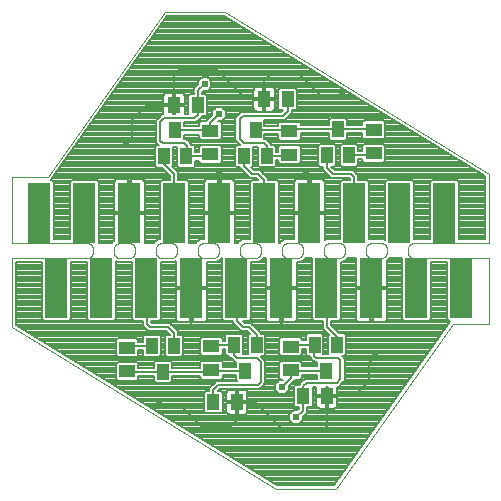
<source format=gbl>
G75*
%MOIN*%
%OFA0B0*%
%FSLAX25Y25*%
%IPPOS*%
%LPD*%
%AMOC8*
5,1,8,0,0,1.08239X$1,22.5*
%
%ADD10C,0.00000*%
%ADD11R,0.03937X0.05512*%
%ADD12R,0.05512X0.04331*%
%ADD13R,0.04331X0.05512*%
%ADD14R,0.07600X0.20000*%
%ADD15C,0.00800*%
%ADD16C,0.02400*%
D10*
X0003000Y0056500D02*
X0003000Y0079500D01*
X0028000Y0079500D01*
X0028087Y0079502D01*
X0028174Y0079508D01*
X0028261Y0079517D01*
X0028347Y0079530D01*
X0028433Y0079547D01*
X0028518Y0079568D01*
X0028601Y0079593D01*
X0028684Y0079621D01*
X0028765Y0079652D01*
X0028845Y0079687D01*
X0028923Y0079726D01*
X0029000Y0079768D01*
X0029075Y0079813D01*
X0029147Y0079862D01*
X0029218Y0079913D01*
X0029286Y0079968D01*
X0029351Y0080025D01*
X0029414Y0080086D01*
X0029475Y0080149D01*
X0029532Y0080214D01*
X0029587Y0080282D01*
X0029638Y0080353D01*
X0029687Y0080425D01*
X0029732Y0080500D01*
X0029774Y0080577D01*
X0029813Y0080655D01*
X0029848Y0080735D01*
X0029879Y0080816D01*
X0029907Y0080899D01*
X0029932Y0080982D01*
X0029953Y0081067D01*
X0029970Y0081153D01*
X0029983Y0081239D01*
X0029992Y0081326D01*
X0029998Y0081413D01*
X0030000Y0081500D01*
X0030000Y0082500D01*
X0029998Y0082587D01*
X0029992Y0082674D01*
X0029983Y0082761D01*
X0029970Y0082847D01*
X0029953Y0082933D01*
X0029932Y0083018D01*
X0029907Y0083101D01*
X0029879Y0083184D01*
X0029848Y0083265D01*
X0029813Y0083345D01*
X0029774Y0083423D01*
X0029732Y0083500D01*
X0029687Y0083575D01*
X0029638Y0083647D01*
X0029587Y0083718D01*
X0029532Y0083786D01*
X0029475Y0083851D01*
X0029414Y0083914D01*
X0029351Y0083975D01*
X0029286Y0084032D01*
X0029218Y0084087D01*
X0029147Y0084138D01*
X0029075Y0084187D01*
X0029000Y0084232D01*
X0028923Y0084274D01*
X0028845Y0084313D01*
X0028765Y0084348D01*
X0028684Y0084379D01*
X0028601Y0084407D01*
X0028518Y0084432D01*
X0028433Y0084453D01*
X0028347Y0084470D01*
X0028261Y0084483D01*
X0028174Y0084492D01*
X0028087Y0084498D01*
X0028000Y0084500D01*
X0003000Y0084500D01*
X0003000Y0106500D01*
X0015000Y0106500D01*
X0054000Y0161500D01*
X0074000Y0161500D01*
X0162000Y0107500D01*
X0162000Y0084500D01*
X0137000Y0084500D01*
X0136913Y0084498D01*
X0136826Y0084492D01*
X0136739Y0084483D01*
X0136653Y0084470D01*
X0136567Y0084453D01*
X0136482Y0084432D01*
X0136399Y0084407D01*
X0136316Y0084379D01*
X0136235Y0084348D01*
X0136155Y0084313D01*
X0136077Y0084274D01*
X0136000Y0084232D01*
X0135925Y0084187D01*
X0135853Y0084138D01*
X0135782Y0084087D01*
X0135714Y0084032D01*
X0135649Y0083975D01*
X0135586Y0083914D01*
X0135525Y0083851D01*
X0135468Y0083786D01*
X0135413Y0083718D01*
X0135362Y0083647D01*
X0135313Y0083575D01*
X0135268Y0083500D01*
X0135226Y0083423D01*
X0135187Y0083345D01*
X0135152Y0083265D01*
X0135121Y0083184D01*
X0135093Y0083101D01*
X0135068Y0083018D01*
X0135047Y0082933D01*
X0135030Y0082847D01*
X0135017Y0082761D01*
X0135008Y0082674D01*
X0135002Y0082587D01*
X0135000Y0082500D01*
X0135000Y0081500D01*
X0135002Y0081413D01*
X0135008Y0081326D01*
X0135017Y0081239D01*
X0135030Y0081153D01*
X0135047Y0081067D01*
X0135068Y0080982D01*
X0135093Y0080899D01*
X0135121Y0080816D01*
X0135152Y0080735D01*
X0135187Y0080655D01*
X0135226Y0080577D01*
X0135268Y0080500D01*
X0135313Y0080425D01*
X0135362Y0080353D01*
X0135413Y0080282D01*
X0135468Y0080214D01*
X0135525Y0080149D01*
X0135586Y0080086D01*
X0135649Y0080025D01*
X0135714Y0079968D01*
X0135782Y0079913D01*
X0135853Y0079862D01*
X0135925Y0079813D01*
X0136000Y0079768D01*
X0136077Y0079726D01*
X0136155Y0079687D01*
X0136235Y0079652D01*
X0136316Y0079621D01*
X0136399Y0079593D01*
X0136482Y0079568D01*
X0136567Y0079547D01*
X0136653Y0079530D01*
X0136739Y0079517D01*
X0136826Y0079508D01*
X0136913Y0079502D01*
X0137000Y0079500D01*
X0162000Y0079500D01*
X0162000Y0057500D01*
X0150000Y0057500D01*
X0111000Y0002500D01*
X0091000Y0002500D01*
X0003000Y0056500D01*
X0037000Y0081500D02*
X0037000Y0082500D01*
X0037002Y0082587D01*
X0037008Y0082674D01*
X0037017Y0082761D01*
X0037030Y0082847D01*
X0037047Y0082933D01*
X0037068Y0083018D01*
X0037093Y0083101D01*
X0037121Y0083184D01*
X0037152Y0083265D01*
X0037187Y0083345D01*
X0037226Y0083423D01*
X0037268Y0083500D01*
X0037313Y0083575D01*
X0037362Y0083647D01*
X0037413Y0083718D01*
X0037468Y0083786D01*
X0037525Y0083851D01*
X0037586Y0083914D01*
X0037649Y0083975D01*
X0037714Y0084032D01*
X0037782Y0084087D01*
X0037853Y0084138D01*
X0037925Y0084187D01*
X0038000Y0084232D01*
X0038077Y0084274D01*
X0038155Y0084313D01*
X0038235Y0084348D01*
X0038316Y0084379D01*
X0038399Y0084407D01*
X0038482Y0084432D01*
X0038567Y0084453D01*
X0038653Y0084470D01*
X0038739Y0084483D01*
X0038826Y0084492D01*
X0038913Y0084498D01*
X0039000Y0084500D01*
X0042000Y0084500D01*
X0042087Y0084498D01*
X0042174Y0084492D01*
X0042261Y0084483D01*
X0042347Y0084470D01*
X0042433Y0084453D01*
X0042518Y0084432D01*
X0042601Y0084407D01*
X0042684Y0084379D01*
X0042765Y0084348D01*
X0042845Y0084313D01*
X0042923Y0084274D01*
X0043000Y0084232D01*
X0043075Y0084187D01*
X0043147Y0084138D01*
X0043218Y0084087D01*
X0043286Y0084032D01*
X0043351Y0083975D01*
X0043414Y0083914D01*
X0043475Y0083851D01*
X0043532Y0083786D01*
X0043587Y0083718D01*
X0043638Y0083647D01*
X0043687Y0083575D01*
X0043732Y0083500D01*
X0043774Y0083423D01*
X0043813Y0083345D01*
X0043848Y0083265D01*
X0043879Y0083184D01*
X0043907Y0083101D01*
X0043932Y0083018D01*
X0043953Y0082933D01*
X0043970Y0082847D01*
X0043983Y0082761D01*
X0043992Y0082674D01*
X0043998Y0082587D01*
X0044000Y0082500D01*
X0044000Y0081500D01*
X0043998Y0081413D01*
X0043992Y0081326D01*
X0043983Y0081239D01*
X0043970Y0081153D01*
X0043953Y0081067D01*
X0043932Y0080982D01*
X0043907Y0080899D01*
X0043879Y0080816D01*
X0043848Y0080735D01*
X0043813Y0080655D01*
X0043774Y0080577D01*
X0043732Y0080500D01*
X0043687Y0080425D01*
X0043638Y0080353D01*
X0043587Y0080282D01*
X0043532Y0080214D01*
X0043475Y0080149D01*
X0043414Y0080086D01*
X0043351Y0080025D01*
X0043286Y0079968D01*
X0043218Y0079913D01*
X0043147Y0079862D01*
X0043075Y0079813D01*
X0043000Y0079768D01*
X0042923Y0079726D01*
X0042845Y0079687D01*
X0042765Y0079652D01*
X0042684Y0079621D01*
X0042601Y0079593D01*
X0042518Y0079568D01*
X0042433Y0079547D01*
X0042347Y0079530D01*
X0042261Y0079517D01*
X0042174Y0079508D01*
X0042087Y0079502D01*
X0042000Y0079500D01*
X0039000Y0079500D01*
X0038913Y0079502D01*
X0038826Y0079508D01*
X0038739Y0079517D01*
X0038653Y0079530D01*
X0038567Y0079547D01*
X0038482Y0079568D01*
X0038399Y0079593D01*
X0038316Y0079621D01*
X0038235Y0079652D01*
X0038155Y0079687D01*
X0038077Y0079726D01*
X0038000Y0079768D01*
X0037925Y0079813D01*
X0037853Y0079862D01*
X0037782Y0079913D01*
X0037714Y0079968D01*
X0037649Y0080025D01*
X0037586Y0080086D01*
X0037525Y0080149D01*
X0037468Y0080214D01*
X0037413Y0080282D01*
X0037362Y0080353D01*
X0037313Y0080425D01*
X0037268Y0080500D01*
X0037226Y0080577D01*
X0037187Y0080655D01*
X0037152Y0080735D01*
X0037121Y0080816D01*
X0037093Y0080899D01*
X0037068Y0080982D01*
X0037047Y0081067D01*
X0037030Y0081153D01*
X0037017Y0081239D01*
X0037008Y0081326D01*
X0037002Y0081413D01*
X0037000Y0081500D01*
X0051000Y0081500D02*
X0051000Y0082500D01*
X0051002Y0082587D01*
X0051008Y0082674D01*
X0051017Y0082761D01*
X0051030Y0082847D01*
X0051047Y0082933D01*
X0051068Y0083018D01*
X0051093Y0083101D01*
X0051121Y0083184D01*
X0051152Y0083265D01*
X0051187Y0083345D01*
X0051226Y0083423D01*
X0051268Y0083500D01*
X0051313Y0083575D01*
X0051362Y0083647D01*
X0051413Y0083718D01*
X0051468Y0083786D01*
X0051525Y0083851D01*
X0051586Y0083914D01*
X0051649Y0083975D01*
X0051714Y0084032D01*
X0051782Y0084087D01*
X0051853Y0084138D01*
X0051925Y0084187D01*
X0052000Y0084232D01*
X0052077Y0084274D01*
X0052155Y0084313D01*
X0052235Y0084348D01*
X0052316Y0084379D01*
X0052399Y0084407D01*
X0052482Y0084432D01*
X0052567Y0084453D01*
X0052653Y0084470D01*
X0052739Y0084483D01*
X0052826Y0084492D01*
X0052913Y0084498D01*
X0053000Y0084500D01*
X0056000Y0084500D01*
X0056087Y0084498D01*
X0056174Y0084492D01*
X0056261Y0084483D01*
X0056347Y0084470D01*
X0056433Y0084453D01*
X0056518Y0084432D01*
X0056601Y0084407D01*
X0056684Y0084379D01*
X0056765Y0084348D01*
X0056845Y0084313D01*
X0056923Y0084274D01*
X0057000Y0084232D01*
X0057075Y0084187D01*
X0057147Y0084138D01*
X0057218Y0084087D01*
X0057286Y0084032D01*
X0057351Y0083975D01*
X0057414Y0083914D01*
X0057475Y0083851D01*
X0057532Y0083786D01*
X0057587Y0083718D01*
X0057638Y0083647D01*
X0057687Y0083575D01*
X0057732Y0083500D01*
X0057774Y0083423D01*
X0057813Y0083345D01*
X0057848Y0083265D01*
X0057879Y0083184D01*
X0057907Y0083101D01*
X0057932Y0083018D01*
X0057953Y0082933D01*
X0057970Y0082847D01*
X0057983Y0082761D01*
X0057992Y0082674D01*
X0057998Y0082587D01*
X0058000Y0082500D01*
X0058000Y0081500D01*
X0057998Y0081413D01*
X0057992Y0081326D01*
X0057983Y0081239D01*
X0057970Y0081153D01*
X0057953Y0081067D01*
X0057932Y0080982D01*
X0057907Y0080899D01*
X0057879Y0080816D01*
X0057848Y0080735D01*
X0057813Y0080655D01*
X0057774Y0080577D01*
X0057732Y0080500D01*
X0057687Y0080425D01*
X0057638Y0080353D01*
X0057587Y0080282D01*
X0057532Y0080214D01*
X0057475Y0080149D01*
X0057414Y0080086D01*
X0057351Y0080025D01*
X0057286Y0079968D01*
X0057218Y0079913D01*
X0057147Y0079862D01*
X0057075Y0079813D01*
X0057000Y0079768D01*
X0056923Y0079726D01*
X0056845Y0079687D01*
X0056765Y0079652D01*
X0056684Y0079621D01*
X0056601Y0079593D01*
X0056518Y0079568D01*
X0056433Y0079547D01*
X0056347Y0079530D01*
X0056261Y0079517D01*
X0056174Y0079508D01*
X0056087Y0079502D01*
X0056000Y0079500D01*
X0053000Y0079500D01*
X0052913Y0079502D01*
X0052826Y0079508D01*
X0052739Y0079517D01*
X0052653Y0079530D01*
X0052567Y0079547D01*
X0052482Y0079568D01*
X0052399Y0079593D01*
X0052316Y0079621D01*
X0052235Y0079652D01*
X0052155Y0079687D01*
X0052077Y0079726D01*
X0052000Y0079768D01*
X0051925Y0079813D01*
X0051853Y0079862D01*
X0051782Y0079913D01*
X0051714Y0079968D01*
X0051649Y0080025D01*
X0051586Y0080086D01*
X0051525Y0080149D01*
X0051468Y0080214D01*
X0051413Y0080282D01*
X0051362Y0080353D01*
X0051313Y0080425D01*
X0051268Y0080500D01*
X0051226Y0080577D01*
X0051187Y0080655D01*
X0051152Y0080735D01*
X0051121Y0080816D01*
X0051093Y0080899D01*
X0051068Y0080982D01*
X0051047Y0081067D01*
X0051030Y0081153D01*
X0051017Y0081239D01*
X0051008Y0081326D01*
X0051002Y0081413D01*
X0051000Y0081500D01*
X0065000Y0081500D02*
X0065000Y0082500D01*
X0065002Y0082587D01*
X0065008Y0082674D01*
X0065017Y0082761D01*
X0065030Y0082847D01*
X0065047Y0082933D01*
X0065068Y0083018D01*
X0065093Y0083101D01*
X0065121Y0083184D01*
X0065152Y0083265D01*
X0065187Y0083345D01*
X0065226Y0083423D01*
X0065268Y0083500D01*
X0065313Y0083575D01*
X0065362Y0083647D01*
X0065413Y0083718D01*
X0065468Y0083786D01*
X0065525Y0083851D01*
X0065586Y0083914D01*
X0065649Y0083975D01*
X0065714Y0084032D01*
X0065782Y0084087D01*
X0065853Y0084138D01*
X0065925Y0084187D01*
X0066000Y0084232D01*
X0066077Y0084274D01*
X0066155Y0084313D01*
X0066235Y0084348D01*
X0066316Y0084379D01*
X0066399Y0084407D01*
X0066482Y0084432D01*
X0066567Y0084453D01*
X0066653Y0084470D01*
X0066739Y0084483D01*
X0066826Y0084492D01*
X0066913Y0084498D01*
X0067000Y0084500D01*
X0070000Y0084500D01*
X0070087Y0084498D01*
X0070174Y0084492D01*
X0070261Y0084483D01*
X0070347Y0084470D01*
X0070433Y0084453D01*
X0070518Y0084432D01*
X0070601Y0084407D01*
X0070684Y0084379D01*
X0070765Y0084348D01*
X0070845Y0084313D01*
X0070923Y0084274D01*
X0071000Y0084232D01*
X0071075Y0084187D01*
X0071147Y0084138D01*
X0071218Y0084087D01*
X0071286Y0084032D01*
X0071351Y0083975D01*
X0071414Y0083914D01*
X0071475Y0083851D01*
X0071532Y0083786D01*
X0071587Y0083718D01*
X0071638Y0083647D01*
X0071687Y0083575D01*
X0071732Y0083500D01*
X0071774Y0083423D01*
X0071813Y0083345D01*
X0071848Y0083265D01*
X0071879Y0083184D01*
X0071907Y0083101D01*
X0071932Y0083018D01*
X0071953Y0082933D01*
X0071970Y0082847D01*
X0071983Y0082761D01*
X0071992Y0082674D01*
X0071998Y0082587D01*
X0072000Y0082500D01*
X0072000Y0081500D01*
X0071998Y0081413D01*
X0071992Y0081326D01*
X0071983Y0081239D01*
X0071970Y0081153D01*
X0071953Y0081067D01*
X0071932Y0080982D01*
X0071907Y0080899D01*
X0071879Y0080816D01*
X0071848Y0080735D01*
X0071813Y0080655D01*
X0071774Y0080577D01*
X0071732Y0080500D01*
X0071687Y0080425D01*
X0071638Y0080353D01*
X0071587Y0080282D01*
X0071532Y0080214D01*
X0071475Y0080149D01*
X0071414Y0080086D01*
X0071351Y0080025D01*
X0071286Y0079968D01*
X0071218Y0079913D01*
X0071147Y0079862D01*
X0071075Y0079813D01*
X0071000Y0079768D01*
X0070923Y0079726D01*
X0070845Y0079687D01*
X0070765Y0079652D01*
X0070684Y0079621D01*
X0070601Y0079593D01*
X0070518Y0079568D01*
X0070433Y0079547D01*
X0070347Y0079530D01*
X0070261Y0079517D01*
X0070174Y0079508D01*
X0070087Y0079502D01*
X0070000Y0079500D01*
X0067000Y0079500D01*
X0066913Y0079502D01*
X0066826Y0079508D01*
X0066739Y0079517D01*
X0066653Y0079530D01*
X0066567Y0079547D01*
X0066482Y0079568D01*
X0066399Y0079593D01*
X0066316Y0079621D01*
X0066235Y0079652D01*
X0066155Y0079687D01*
X0066077Y0079726D01*
X0066000Y0079768D01*
X0065925Y0079813D01*
X0065853Y0079862D01*
X0065782Y0079913D01*
X0065714Y0079968D01*
X0065649Y0080025D01*
X0065586Y0080086D01*
X0065525Y0080149D01*
X0065468Y0080214D01*
X0065413Y0080282D01*
X0065362Y0080353D01*
X0065313Y0080425D01*
X0065268Y0080500D01*
X0065226Y0080577D01*
X0065187Y0080655D01*
X0065152Y0080735D01*
X0065121Y0080816D01*
X0065093Y0080899D01*
X0065068Y0080982D01*
X0065047Y0081067D01*
X0065030Y0081153D01*
X0065017Y0081239D01*
X0065008Y0081326D01*
X0065002Y0081413D01*
X0065000Y0081500D01*
X0079000Y0081500D02*
X0079000Y0082500D01*
X0079002Y0082587D01*
X0079008Y0082674D01*
X0079017Y0082761D01*
X0079030Y0082847D01*
X0079047Y0082933D01*
X0079068Y0083018D01*
X0079093Y0083101D01*
X0079121Y0083184D01*
X0079152Y0083265D01*
X0079187Y0083345D01*
X0079226Y0083423D01*
X0079268Y0083500D01*
X0079313Y0083575D01*
X0079362Y0083647D01*
X0079413Y0083718D01*
X0079468Y0083786D01*
X0079525Y0083851D01*
X0079586Y0083914D01*
X0079649Y0083975D01*
X0079714Y0084032D01*
X0079782Y0084087D01*
X0079853Y0084138D01*
X0079925Y0084187D01*
X0080000Y0084232D01*
X0080077Y0084274D01*
X0080155Y0084313D01*
X0080235Y0084348D01*
X0080316Y0084379D01*
X0080399Y0084407D01*
X0080482Y0084432D01*
X0080567Y0084453D01*
X0080653Y0084470D01*
X0080739Y0084483D01*
X0080826Y0084492D01*
X0080913Y0084498D01*
X0081000Y0084500D01*
X0084000Y0084500D01*
X0084087Y0084498D01*
X0084174Y0084492D01*
X0084261Y0084483D01*
X0084347Y0084470D01*
X0084433Y0084453D01*
X0084518Y0084432D01*
X0084601Y0084407D01*
X0084684Y0084379D01*
X0084765Y0084348D01*
X0084845Y0084313D01*
X0084923Y0084274D01*
X0085000Y0084232D01*
X0085075Y0084187D01*
X0085147Y0084138D01*
X0085218Y0084087D01*
X0085286Y0084032D01*
X0085351Y0083975D01*
X0085414Y0083914D01*
X0085475Y0083851D01*
X0085532Y0083786D01*
X0085587Y0083718D01*
X0085638Y0083647D01*
X0085687Y0083575D01*
X0085732Y0083500D01*
X0085774Y0083423D01*
X0085813Y0083345D01*
X0085848Y0083265D01*
X0085879Y0083184D01*
X0085907Y0083101D01*
X0085932Y0083018D01*
X0085953Y0082933D01*
X0085970Y0082847D01*
X0085983Y0082761D01*
X0085992Y0082674D01*
X0085998Y0082587D01*
X0086000Y0082500D01*
X0086000Y0081500D01*
X0085998Y0081413D01*
X0085992Y0081326D01*
X0085983Y0081239D01*
X0085970Y0081153D01*
X0085953Y0081067D01*
X0085932Y0080982D01*
X0085907Y0080899D01*
X0085879Y0080816D01*
X0085848Y0080735D01*
X0085813Y0080655D01*
X0085774Y0080577D01*
X0085732Y0080500D01*
X0085687Y0080425D01*
X0085638Y0080353D01*
X0085587Y0080282D01*
X0085532Y0080214D01*
X0085475Y0080149D01*
X0085414Y0080086D01*
X0085351Y0080025D01*
X0085286Y0079968D01*
X0085218Y0079913D01*
X0085147Y0079862D01*
X0085075Y0079813D01*
X0085000Y0079768D01*
X0084923Y0079726D01*
X0084845Y0079687D01*
X0084765Y0079652D01*
X0084684Y0079621D01*
X0084601Y0079593D01*
X0084518Y0079568D01*
X0084433Y0079547D01*
X0084347Y0079530D01*
X0084261Y0079517D01*
X0084174Y0079508D01*
X0084087Y0079502D01*
X0084000Y0079500D01*
X0081000Y0079500D01*
X0080913Y0079502D01*
X0080826Y0079508D01*
X0080739Y0079517D01*
X0080653Y0079530D01*
X0080567Y0079547D01*
X0080482Y0079568D01*
X0080399Y0079593D01*
X0080316Y0079621D01*
X0080235Y0079652D01*
X0080155Y0079687D01*
X0080077Y0079726D01*
X0080000Y0079768D01*
X0079925Y0079813D01*
X0079853Y0079862D01*
X0079782Y0079913D01*
X0079714Y0079968D01*
X0079649Y0080025D01*
X0079586Y0080086D01*
X0079525Y0080149D01*
X0079468Y0080214D01*
X0079413Y0080282D01*
X0079362Y0080353D01*
X0079313Y0080425D01*
X0079268Y0080500D01*
X0079226Y0080577D01*
X0079187Y0080655D01*
X0079152Y0080735D01*
X0079121Y0080816D01*
X0079093Y0080899D01*
X0079068Y0080982D01*
X0079047Y0081067D01*
X0079030Y0081153D01*
X0079017Y0081239D01*
X0079008Y0081326D01*
X0079002Y0081413D01*
X0079000Y0081500D01*
X0093000Y0081500D02*
X0093000Y0082500D01*
X0093002Y0082587D01*
X0093008Y0082674D01*
X0093017Y0082761D01*
X0093030Y0082847D01*
X0093047Y0082933D01*
X0093068Y0083018D01*
X0093093Y0083101D01*
X0093121Y0083184D01*
X0093152Y0083265D01*
X0093187Y0083345D01*
X0093226Y0083423D01*
X0093268Y0083500D01*
X0093313Y0083575D01*
X0093362Y0083647D01*
X0093413Y0083718D01*
X0093468Y0083786D01*
X0093525Y0083851D01*
X0093586Y0083914D01*
X0093649Y0083975D01*
X0093714Y0084032D01*
X0093782Y0084087D01*
X0093853Y0084138D01*
X0093925Y0084187D01*
X0094000Y0084232D01*
X0094077Y0084274D01*
X0094155Y0084313D01*
X0094235Y0084348D01*
X0094316Y0084379D01*
X0094399Y0084407D01*
X0094482Y0084432D01*
X0094567Y0084453D01*
X0094653Y0084470D01*
X0094739Y0084483D01*
X0094826Y0084492D01*
X0094913Y0084498D01*
X0095000Y0084500D01*
X0098000Y0084500D01*
X0098087Y0084498D01*
X0098174Y0084492D01*
X0098261Y0084483D01*
X0098347Y0084470D01*
X0098433Y0084453D01*
X0098518Y0084432D01*
X0098601Y0084407D01*
X0098684Y0084379D01*
X0098765Y0084348D01*
X0098845Y0084313D01*
X0098923Y0084274D01*
X0099000Y0084232D01*
X0099075Y0084187D01*
X0099147Y0084138D01*
X0099218Y0084087D01*
X0099286Y0084032D01*
X0099351Y0083975D01*
X0099414Y0083914D01*
X0099475Y0083851D01*
X0099532Y0083786D01*
X0099587Y0083718D01*
X0099638Y0083647D01*
X0099687Y0083575D01*
X0099732Y0083500D01*
X0099774Y0083423D01*
X0099813Y0083345D01*
X0099848Y0083265D01*
X0099879Y0083184D01*
X0099907Y0083101D01*
X0099932Y0083018D01*
X0099953Y0082933D01*
X0099970Y0082847D01*
X0099983Y0082761D01*
X0099992Y0082674D01*
X0099998Y0082587D01*
X0100000Y0082500D01*
X0100000Y0081500D01*
X0099998Y0081413D01*
X0099992Y0081326D01*
X0099983Y0081239D01*
X0099970Y0081153D01*
X0099953Y0081067D01*
X0099932Y0080982D01*
X0099907Y0080899D01*
X0099879Y0080816D01*
X0099848Y0080735D01*
X0099813Y0080655D01*
X0099774Y0080577D01*
X0099732Y0080500D01*
X0099687Y0080425D01*
X0099638Y0080353D01*
X0099587Y0080282D01*
X0099532Y0080214D01*
X0099475Y0080149D01*
X0099414Y0080086D01*
X0099351Y0080025D01*
X0099286Y0079968D01*
X0099218Y0079913D01*
X0099147Y0079862D01*
X0099075Y0079813D01*
X0099000Y0079768D01*
X0098923Y0079726D01*
X0098845Y0079687D01*
X0098765Y0079652D01*
X0098684Y0079621D01*
X0098601Y0079593D01*
X0098518Y0079568D01*
X0098433Y0079547D01*
X0098347Y0079530D01*
X0098261Y0079517D01*
X0098174Y0079508D01*
X0098087Y0079502D01*
X0098000Y0079500D01*
X0095000Y0079500D01*
X0094913Y0079502D01*
X0094826Y0079508D01*
X0094739Y0079517D01*
X0094653Y0079530D01*
X0094567Y0079547D01*
X0094482Y0079568D01*
X0094399Y0079593D01*
X0094316Y0079621D01*
X0094235Y0079652D01*
X0094155Y0079687D01*
X0094077Y0079726D01*
X0094000Y0079768D01*
X0093925Y0079813D01*
X0093853Y0079862D01*
X0093782Y0079913D01*
X0093714Y0079968D01*
X0093649Y0080025D01*
X0093586Y0080086D01*
X0093525Y0080149D01*
X0093468Y0080214D01*
X0093413Y0080282D01*
X0093362Y0080353D01*
X0093313Y0080425D01*
X0093268Y0080500D01*
X0093226Y0080577D01*
X0093187Y0080655D01*
X0093152Y0080735D01*
X0093121Y0080816D01*
X0093093Y0080899D01*
X0093068Y0080982D01*
X0093047Y0081067D01*
X0093030Y0081153D01*
X0093017Y0081239D01*
X0093008Y0081326D01*
X0093002Y0081413D01*
X0093000Y0081500D01*
X0107000Y0081500D02*
X0107000Y0082500D01*
X0107002Y0082587D01*
X0107008Y0082674D01*
X0107017Y0082761D01*
X0107030Y0082847D01*
X0107047Y0082933D01*
X0107068Y0083018D01*
X0107093Y0083101D01*
X0107121Y0083184D01*
X0107152Y0083265D01*
X0107187Y0083345D01*
X0107226Y0083423D01*
X0107268Y0083500D01*
X0107313Y0083575D01*
X0107362Y0083647D01*
X0107413Y0083718D01*
X0107468Y0083786D01*
X0107525Y0083851D01*
X0107586Y0083914D01*
X0107649Y0083975D01*
X0107714Y0084032D01*
X0107782Y0084087D01*
X0107853Y0084138D01*
X0107925Y0084187D01*
X0108000Y0084232D01*
X0108077Y0084274D01*
X0108155Y0084313D01*
X0108235Y0084348D01*
X0108316Y0084379D01*
X0108399Y0084407D01*
X0108482Y0084432D01*
X0108567Y0084453D01*
X0108653Y0084470D01*
X0108739Y0084483D01*
X0108826Y0084492D01*
X0108913Y0084498D01*
X0109000Y0084500D01*
X0112000Y0084500D01*
X0112087Y0084498D01*
X0112174Y0084492D01*
X0112261Y0084483D01*
X0112347Y0084470D01*
X0112433Y0084453D01*
X0112518Y0084432D01*
X0112601Y0084407D01*
X0112684Y0084379D01*
X0112765Y0084348D01*
X0112845Y0084313D01*
X0112923Y0084274D01*
X0113000Y0084232D01*
X0113075Y0084187D01*
X0113147Y0084138D01*
X0113218Y0084087D01*
X0113286Y0084032D01*
X0113351Y0083975D01*
X0113414Y0083914D01*
X0113475Y0083851D01*
X0113532Y0083786D01*
X0113587Y0083718D01*
X0113638Y0083647D01*
X0113687Y0083575D01*
X0113732Y0083500D01*
X0113774Y0083423D01*
X0113813Y0083345D01*
X0113848Y0083265D01*
X0113879Y0083184D01*
X0113907Y0083101D01*
X0113932Y0083018D01*
X0113953Y0082933D01*
X0113970Y0082847D01*
X0113983Y0082761D01*
X0113992Y0082674D01*
X0113998Y0082587D01*
X0114000Y0082500D01*
X0114000Y0081500D01*
X0113998Y0081413D01*
X0113992Y0081326D01*
X0113983Y0081239D01*
X0113970Y0081153D01*
X0113953Y0081067D01*
X0113932Y0080982D01*
X0113907Y0080899D01*
X0113879Y0080816D01*
X0113848Y0080735D01*
X0113813Y0080655D01*
X0113774Y0080577D01*
X0113732Y0080500D01*
X0113687Y0080425D01*
X0113638Y0080353D01*
X0113587Y0080282D01*
X0113532Y0080214D01*
X0113475Y0080149D01*
X0113414Y0080086D01*
X0113351Y0080025D01*
X0113286Y0079968D01*
X0113218Y0079913D01*
X0113147Y0079862D01*
X0113075Y0079813D01*
X0113000Y0079768D01*
X0112923Y0079726D01*
X0112845Y0079687D01*
X0112765Y0079652D01*
X0112684Y0079621D01*
X0112601Y0079593D01*
X0112518Y0079568D01*
X0112433Y0079547D01*
X0112347Y0079530D01*
X0112261Y0079517D01*
X0112174Y0079508D01*
X0112087Y0079502D01*
X0112000Y0079500D01*
X0109000Y0079500D01*
X0108913Y0079502D01*
X0108826Y0079508D01*
X0108739Y0079517D01*
X0108653Y0079530D01*
X0108567Y0079547D01*
X0108482Y0079568D01*
X0108399Y0079593D01*
X0108316Y0079621D01*
X0108235Y0079652D01*
X0108155Y0079687D01*
X0108077Y0079726D01*
X0108000Y0079768D01*
X0107925Y0079813D01*
X0107853Y0079862D01*
X0107782Y0079913D01*
X0107714Y0079968D01*
X0107649Y0080025D01*
X0107586Y0080086D01*
X0107525Y0080149D01*
X0107468Y0080214D01*
X0107413Y0080282D01*
X0107362Y0080353D01*
X0107313Y0080425D01*
X0107268Y0080500D01*
X0107226Y0080577D01*
X0107187Y0080655D01*
X0107152Y0080735D01*
X0107121Y0080816D01*
X0107093Y0080899D01*
X0107068Y0080982D01*
X0107047Y0081067D01*
X0107030Y0081153D01*
X0107017Y0081239D01*
X0107008Y0081326D01*
X0107002Y0081413D01*
X0107000Y0081500D01*
X0121000Y0081500D02*
X0121000Y0082500D01*
X0121002Y0082587D01*
X0121008Y0082674D01*
X0121017Y0082761D01*
X0121030Y0082847D01*
X0121047Y0082933D01*
X0121068Y0083018D01*
X0121093Y0083101D01*
X0121121Y0083184D01*
X0121152Y0083265D01*
X0121187Y0083345D01*
X0121226Y0083423D01*
X0121268Y0083500D01*
X0121313Y0083575D01*
X0121362Y0083647D01*
X0121413Y0083718D01*
X0121468Y0083786D01*
X0121525Y0083851D01*
X0121586Y0083914D01*
X0121649Y0083975D01*
X0121714Y0084032D01*
X0121782Y0084087D01*
X0121853Y0084138D01*
X0121925Y0084187D01*
X0122000Y0084232D01*
X0122077Y0084274D01*
X0122155Y0084313D01*
X0122235Y0084348D01*
X0122316Y0084379D01*
X0122399Y0084407D01*
X0122482Y0084432D01*
X0122567Y0084453D01*
X0122653Y0084470D01*
X0122739Y0084483D01*
X0122826Y0084492D01*
X0122913Y0084498D01*
X0123000Y0084500D01*
X0126000Y0084500D01*
X0126087Y0084498D01*
X0126174Y0084492D01*
X0126261Y0084483D01*
X0126347Y0084470D01*
X0126433Y0084453D01*
X0126518Y0084432D01*
X0126601Y0084407D01*
X0126684Y0084379D01*
X0126765Y0084348D01*
X0126845Y0084313D01*
X0126923Y0084274D01*
X0127000Y0084232D01*
X0127075Y0084187D01*
X0127147Y0084138D01*
X0127218Y0084087D01*
X0127286Y0084032D01*
X0127351Y0083975D01*
X0127414Y0083914D01*
X0127475Y0083851D01*
X0127532Y0083786D01*
X0127587Y0083718D01*
X0127638Y0083647D01*
X0127687Y0083575D01*
X0127732Y0083500D01*
X0127774Y0083423D01*
X0127813Y0083345D01*
X0127848Y0083265D01*
X0127879Y0083184D01*
X0127907Y0083101D01*
X0127932Y0083018D01*
X0127953Y0082933D01*
X0127970Y0082847D01*
X0127983Y0082761D01*
X0127992Y0082674D01*
X0127998Y0082587D01*
X0128000Y0082500D01*
X0128000Y0081500D01*
X0127998Y0081413D01*
X0127992Y0081326D01*
X0127983Y0081239D01*
X0127970Y0081153D01*
X0127953Y0081067D01*
X0127932Y0080982D01*
X0127907Y0080899D01*
X0127879Y0080816D01*
X0127848Y0080735D01*
X0127813Y0080655D01*
X0127774Y0080577D01*
X0127732Y0080500D01*
X0127687Y0080425D01*
X0127638Y0080353D01*
X0127587Y0080282D01*
X0127532Y0080214D01*
X0127475Y0080149D01*
X0127414Y0080086D01*
X0127351Y0080025D01*
X0127286Y0079968D01*
X0127218Y0079913D01*
X0127147Y0079862D01*
X0127075Y0079813D01*
X0127000Y0079768D01*
X0126923Y0079726D01*
X0126845Y0079687D01*
X0126765Y0079652D01*
X0126684Y0079621D01*
X0126601Y0079593D01*
X0126518Y0079568D01*
X0126433Y0079547D01*
X0126347Y0079530D01*
X0126261Y0079517D01*
X0126174Y0079508D01*
X0126087Y0079502D01*
X0126000Y0079500D01*
X0123000Y0079500D01*
X0122913Y0079502D01*
X0122826Y0079508D01*
X0122739Y0079517D01*
X0122653Y0079530D01*
X0122567Y0079547D01*
X0122482Y0079568D01*
X0122399Y0079593D01*
X0122316Y0079621D01*
X0122235Y0079652D01*
X0122155Y0079687D01*
X0122077Y0079726D01*
X0122000Y0079768D01*
X0121925Y0079813D01*
X0121853Y0079862D01*
X0121782Y0079913D01*
X0121714Y0079968D01*
X0121649Y0080025D01*
X0121586Y0080086D01*
X0121525Y0080149D01*
X0121468Y0080214D01*
X0121413Y0080282D01*
X0121362Y0080353D01*
X0121313Y0080425D01*
X0121268Y0080500D01*
X0121226Y0080577D01*
X0121187Y0080655D01*
X0121152Y0080735D01*
X0121121Y0080816D01*
X0121093Y0080899D01*
X0121068Y0080982D01*
X0121047Y0081067D01*
X0121030Y0081153D01*
X0121017Y0081239D01*
X0121008Y0081326D01*
X0121002Y0081413D01*
X0121000Y0081500D01*
D11*
X0111340Y0050631D03*
X0103860Y0050631D03*
X0107600Y0041969D03*
X0084540Y0050531D03*
X0077060Y0050531D03*
X0080800Y0041869D03*
X0057040Y0050231D03*
X0049560Y0050231D03*
X0053300Y0041569D03*
X0053660Y0113369D03*
X0061140Y0113369D03*
X0057400Y0122031D03*
X0080460Y0113469D03*
X0087940Y0113469D03*
X0084200Y0122131D03*
X0107960Y0113769D03*
X0115440Y0113769D03*
X0111700Y0122431D03*
D12*
X0123600Y0122237D03*
X0123600Y0114363D03*
X0095500Y0113963D03*
X0095500Y0121837D03*
X0069100Y0121937D03*
X0069100Y0114063D03*
X0069500Y0050037D03*
X0069500Y0042163D03*
X0095900Y0042063D03*
X0095900Y0049937D03*
X0041400Y0049637D03*
X0041400Y0041763D03*
D13*
X0070063Y0031500D03*
X0077937Y0031500D03*
X0100063Y0033500D03*
X0107937Y0033500D03*
X0064937Y0130500D03*
X0057063Y0130500D03*
X0087063Y0132500D03*
X0094937Y0132500D03*
D14*
X0102166Y0094499D03*
X0117166Y0094499D03*
X0132166Y0094499D03*
X0147166Y0094499D03*
X0152834Y0069501D03*
X0137834Y0069501D03*
X0122834Y0069501D03*
X0107834Y0069501D03*
X0092834Y0069501D03*
X0077834Y0069501D03*
X0062834Y0069501D03*
X0047834Y0069501D03*
X0032834Y0069501D03*
X0017834Y0069501D03*
X0012166Y0094499D03*
X0027166Y0094499D03*
X0042166Y0094499D03*
X0057166Y0094499D03*
X0072166Y0094499D03*
X0087166Y0094499D03*
D15*
X0037843Y0038985D02*
X0034220Y0038985D01*
X0032919Y0039783D02*
X0037644Y0039783D01*
X0037644Y0039183D02*
X0038230Y0038598D01*
X0044570Y0038598D01*
X0045156Y0039183D01*
X0045156Y0040169D01*
X0050331Y0040169D01*
X0050331Y0038399D01*
X0050917Y0037813D01*
X0055683Y0037813D01*
X0056268Y0038399D01*
X0056268Y0040169D01*
X0065744Y0040169D01*
X0065744Y0039583D01*
X0066330Y0038998D01*
X0072670Y0038998D01*
X0073256Y0039583D01*
X0073256Y0040469D01*
X0077831Y0040469D01*
X0077831Y0038699D01*
X0078031Y0038500D01*
X0071020Y0038500D01*
X0070200Y0037680D01*
X0068663Y0036143D01*
X0068663Y0035256D01*
X0067483Y0035256D01*
X0066898Y0034670D01*
X0066898Y0028330D01*
X0067483Y0027744D01*
X0072643Y0027744D01*
X0073228Y0028330D01*
X0073228Y0034670D01*
X0072643Y0035256D01*
X0071736Y0035256D01*
X0072180Y0035700D01*
X0085480Y0035700D01*
X0086680Y0036900D01*
X0087500Y0037720D01*
X0087500Y0045280D01*
X0086100Y0046680D01*
X0086005Y0046775D01*
X0086923Y0046775D01*
X0087509Y0047361D01*
X0087509Y0053701D01*
X0086923Y0054287D01*
X0085940Y0054287D01*
X0085940Y0054540D01*
X0085400Y0055080D01*
X0083400Y0057080D01*
X0082580Y0057900D01*
X0080580Y0057900D01*
X0079979Y0058501D01*
X0082048Y0058501D01*
X0082634Y0059086D01*
X0082634Y0078100D01*
X0084911Y0078100D01*
X0086489Y0079011D01*
X0086489Y0079011D01*
X0086489Y0079011D01*
X0086771Y0079500D01*
X0087634Y0079500D01*
X0087634Y0069901D01*
X0092434Y0069901D01*
X0092434Y0069101D01*
X0087634Y0069101D01*
X0087634Y0059316D01*
X0087729Y0058960D01*
X0087914Y0058641D01*
X0088174Y0058380D01*
X0088493Y0058196D01*
X0088849Y0058101D01*
X0092434Y0058101D01*
X0092434Y0069101D01*
X0093234Y0069101D01*
X0093234Y0069901D01*
X0098034Y0069901D01*
X0098034Y0078100D01*
X0098911Y0078100D01*
X0100489Y0079011D01*
X0100771Y0079500D01*
X0103034Y0079500D01*
X0103034Y0059086D01*
X0103620Y0058501D01*
X0106600Y0058501D01*
X0106600Y0055920D01*
X0107420Y0055100D01*
X0108545Y0053975D01*
X0108372Y0053801D01*
X0108372Y0047600D01*
X0106828Y0047600D01*
X0106828Y0053801D01*
X0106243Y0054387D01*
X0101477Y0054387D01*
X0100891Y0053801D01*
X0100891Y0052031D01*
X0099656Y0052031D01*
X0099656Y0052517D01*
X0099070Y0053102D01*
X0092730Y0053102D01*
X0092144Y0052517D01*
X0092144Y0047357D01*
X0092730Y0046772D01*
X0099070Y0046772D01*
X0099656Y0047357D01*
X0099656Y0049231D01*
X0100891Y0049231D01*
X0100891Y0047461D01*
X0101477Y0046875D01*
X0102300Y0046875D01*
X0102300Y0046420D01*
X0103120Y0045600D01*
X0103920Y0044800D01*
X0104631Y0044800D01*
X0104631Y0043369D01*
X0099656Y0043369D01*
X0099656Y0044643D01*
X0099070Y0045228D01*
X0092730Y0045228D01*
X0092144Y0044643D01*
X0092144Y0039483D01*
X0092730Y0038898D01*
X0093418Y0038898D01*
X0093220Y0038700D01*
X0092089Y0038700D01*
X0090800Y0037411D01*
X0090800Y0035589D01*
X0092089Y0034300D01*
X0093911Y0034300D01*
X0095200Y0035589D01*
X0095200Y0036720D01*
X0097300Y0038820D01*
X0097300Y0038898D01*
X0099070Y0038898D01*
X0099656Y0039483D01*
X0099656Y0040569D01*
X0104631Y0040569D01*
X0104631Y0039300D01*
X0100620Y0039300D01*
X0099800Y0038480D01*
X0098663Y0037343D01*
X0098663Y0037256D01*
X0097483Y0037256D01*
X0096898Y0036670D01*
X0096898Y0030330D01*
X0097483Y0029744D01*
X0098663Y0029744D01*
X0098663Y0029199D01*
X0098091Y0028700D01*
X0096789Y0028700D01*
X0095500Y0027411D01*
X0095500Y0025589D01*
X0096789Y0024300D01*
X0098611Y0024300D01*
X0099900Y0025589D01*
X0099900Y0026562D01*
X0100588Y0027163D01*
X0100643Y0027163D01*
X0101019Y0027540D01*
X0101421Y0027890D01*
X0101424Y0027944D01*
X0101463Y0027983D01*
X0101463Y0028516D01*
X0101499Y0029047D01*
X0101463Y0029088D01*
X0101463Y0029744D01*
X0102643Y0029744D01*
X0103228Y0030330D01*
X0103228Y0036500D01*
X0104388Y0036500D01*
X0104372Y0036440D01*
X0104372Y0033900D01*
X0107537Y0033900D01*
X0107537Y0036500D01*
X0108337Y0036500D01*
X0108337Y0033900D01*
X0107537Y0033900D01*
X0107537Y0033100D01*
X0104372Y0033100D01*
X0104372Y0030560D01*
X0104467Y0030204D01*
X0104651Y0029884D01*
X0104912Y0029624D01*
X0105231Y0029440D01*
X0105587Y0029344D01*
X0107537Y0029344D01*
X0107537Y0033100D01*
X0108337Y0033100D01*
X0108337Y0033900D01*
X0111502Y0033900D01*
X0111502Y0036440D01*
X0111486Y0036500D01*
X0111880Y0036500D01*
X0113080Y0037700D01*
X0113900Y0038520D01*
X0113900Y0046080D01*
X0113200Y0046780D01*
X0113105Y0046875D01*
X0113723Y0046875D01*
X0114309Y0047461D01*
X0114309Y0053801D01*
X0113723Y0054387D01*
X0112093Y0054387D01*
X0109400Y0057080D01*
X0109400Y0058501D01*
X0112048Y0058501D01*
X0112634Y0059086D01*
X0112634Y0078100D01*
X0112911Y0078100D01*
X0114489Y0079011D01*
X0114489Y0079011D01*
X0114489Y0079011D01*
X0114771Y0079500D01*
X0117634Y0079500D01*
X0117634Y0069901D01*
X0122434Y0069901D01*
X0122434Y0078100D01*
X0123234Y0078100D01*
X0123234Y0069901D01*
X0122434Y0069901D01*
X0122434Y0069101D01*
X0117634Y0069101D01*
X0117634Y0059316D01*
X0117729Y0058960D01*
X0117914Y0058641D01*
X0118174Y0058380D01*
X0118493Y0058196D01*
X0118849Y0058101D01*
X0122434Y0058101D01*
X0122434Y0069101D01*
X0123234Y0069101D01*
X0123234Y0069901D01*
X0128034Y0069901D01*
X0128034Y0078748D01*
X0128489Y0079011D01*
X0128489Y0079011D01*
X0128489Y0079011D01*
X0128771Y0079500D01*
X0133034Y0079500D01*
X0133034Y0059086D01*
X0133620Y0058501D01*
X0142048Y0058501D01*
X0142634Y0059086D01*
X0142634Y0078100D01*
X0148034Y0078100D01*
X0148034Y0059086D01*
X0148620Y0058501D01*
X0148993Y0058501D01*
X0148926Y0058406D01*
X0148600Y0058080D01*
X0148600Y0057946D01*
X0110276Y0003900D01*
X0091395Y0003900D01*
X0004400Y0057283D01*
X0004400Y0078100D01*
X0013034Y0078100D01*
X0013034Y0059086D01*
X0013620Y0058501D01*
X0022048Y0058501D01*
X0022634Y0059086D01*
X0022634Y0078100D01*
X0028034Y0078100D01*
X0028034Y0059086D01*
X0028620Y0058501D01*
X0037048Y0058501D01*
X0037634Y0059086D01*
X0037634Y0078363D01*
X0038089Y0078100D01*
X0042911Y0078100D01*
X0043034Y0078171D01*
X0043034Y0059086D01*
X0043620Y0058501D01*
X0046600Y0058501D01*
X0046600Y0056920D01*
X0047420Y0056100D01*
X0048420Y0055100D01*
X0054420Y0055100D01*
X0055534Y0053987D01*
X0054657Y0053987D01*
X0054072Y0053401D01*
X0054072Y0047061D01*
X0054657Y0046475D01*
X0059423Y0046475D01*
X0060009Y0047061D01*
X0060009Y0053401D01*
X0059423Y0053987D01*
X0058440Y0053987D01*
X0058440Y0055040D01*
X0056400Y0057080D01*
X0055580Y0057900D01*
X0049580Y0057900D01*
X0049400Y0058080D01*
X0049400Y0058501D01*
X0052048Y0058501D01*
X0052634Y0059086D01*
X0052634Y0078100D01*
X0056911Y0078100D01*
X0057634Y0078517D01*
X0057634Y0069901D01*
X0062434Y0069901D01*
X0062434Y0069101D01*
X0057634Y0069101D01*
X0057634Y0059316D01*
X0057729Y0058960D01*
X0057914Y0058641D01*
X0058174Y0058380D01*
X0058493Y0058196D01*
X0058849Y0058101D01*
X0062434Y0058101D01*
X0062434Y0069101D01*
X0063234Y0069101D01*
X0063234Y0069901D01*
X0068034Y0069901D01*
X0068034Y0078100D01*
X0070911Y0078100D01*
X0072489Y0079011D01*
X0072489Y0079011D01*
X0072489Y0079011D01*
X0072771Y0079500D01*
X0073034Y0079500D01*
X0073034Y0059086D01*
X0073620Y0058501D01*
X0076600Y0058501D01*
X0076600Y0057920D01*
X0077420Y0057100D01*
X0079420Y0055100D01*
X0081420Y0055100D01*
X0082234Y0054287D01*
X0082157Y0054287D01*
X0081572Y0053701D01*
X0081572Y0047500D01*
X0080028Y0047500D01*
X0080028Y0053701D01*
X0079443Y0054287D01*
X0074677Y0054287D01*
X0074091Y0053701D01*
X0074091Y0051931D01*
X0073256Y0051931D01*
X0073256Y0052617D01*
X0072670Y0053202D01*
X0066330Y0053202D01*
X0065744Y0052617D01*
X0065744Y0047457D01*
X0066330Y0046872D01*
X0072670Y0046872D01*
X0073256Y0047457D01*
X0073256Y0049131D01*
X0074091Y0049131D01*
X0074091Y0047361D01*
X0074677Y0046775D01*
X0075500Y0046775D01*
X0075500Y0046520D01*
X0076320Y0045700D01*
X0077320Y0044700D01*
X0077831Y0044700D01*
X0077831Y0043269D01*
X0073256Y0043269D01*
X0073256Y0044743D01*
X0072670Y0045328D01*
X0066330Y0045328D01*
X0065744Y0044743D01*
X0065744Y0042969D01*
X0056268Y0042969D01*
X0056268Y0044739D01*
X0055683Y0045325D01*
X0050917Y0045325D01*
X0050331Y0044739D01*
X0050331Y0042969D01*
X0045156Y0042969D01*
X0045156Y0044343D01*
X0044570Y0044928D01*
X0038230Y0044928D01*
X0037644Y0044343D01*
X0037644Y0039183D01*
X0037644Y0040582D02*
X0031617Y0040582D01*
X0030316Y0041380D02*
X0037644Y0041380D01*
X0037644Y0042179D02*
X0029015Y0042179D01*
X0027714Y0042977D02*
X0037644Y0042977D01*
X0037644Y0043776D02*
X0026412Y0043776D01*
X0025111Y0044574D02*
X0037876Y0044574D01*
X0038230Y0046472D02*
X0037644Y0047057D01*
X0037644Y0052217D01*
X0038230Y0052802D01*
X0044570Y0052802D01*
X0045156Y0052217D01*
X0045156Y0051631D01*
X0046591Y0051631D01*
X0046591Y0053401D01*
X0047177Y0053987D01*
X0051943Y0053987D01*
X0052528Y0053401D01*
X0052528Y0047061D01*
X0051943Y0046475D01*
X0047177Y0046475D01*
X0046591Y0047061D01*
X0046591Y0048831D01*
X0045156Y0048831D01*
X0045156Y0047057D01*
X0044570Y0046472D01*
X0038230Y0046472D01*
X0037732Y0046970D02*
X0021207Y0046970D01*
X0019906Y0047768D02*
X0037644Y0047768D01*
X0037644Y0048567D02*
X0018605Y0048567D01*
X0017303Y0049366D02*
X0037644Y0049366D01*
X0037644Y0050164D02*
X0016002Y0050164D01*
X0014701Y0050963D02*
X0037644Y0050963D01*
X0037644Y0051761D02*
X0013400Y0051761D01*
X0012098Y0052560D02*
X0037987Y0052560D01*
X0041000Y0049500D02*
X0041400Y0049100D01*
X0041400Y0049637D01*
X0041994Y0050231D01*
X0049560Y0050231D01*
X0052528Y0050164D02*
X0054072Y0050164D01*
X0054072Y0049366D02*
X0052528Y0049366D01*
X0052528Y0048567D02*
X0054072Y0048567D01*
X0054072Y0047768D02*
X0052528Y0047768D01*
X0052438Y0046970D02*
X0054162Y0046970D01*
X0056268Y0044574D02*
X0065744Y0044574D01*
X0065744Y0043776D02*
X0056268Y0043776D01*
X0056268Y0042977D02*
X0065744Y0042977D01*
X0068900Y0042763D02*
X0069500Y0042163D01*
X0068906Y0041569D01*
X0053300Y0041569D01*
X0041594Y0041569D01*
X0041400Y0041763D01*
X0045156Y0042977D02*
X0050331Y0042977D01*
X0050331Y0043776D02*
X0045156Y0043776D01*
X0044924Y0044574D02*
X0050331Y0044574D01*
X0046682Y0046970D02*
X0045068Y0046970D01*
X0045156Y0047768D02*
X0046591Y0047768D01*
X0046591Y0048567D02*
X0045156Y0048567D01*
X0045156Y0051761D02*
X0046591Y0051761D01*
X0046591Y0052560D02*
X0044813Y0052560D01*
X0046591Y0053358D02*
X0010797Y0053358D01*
X0009496Y0054157D02*
X0055364Y0054157D01*
X0054565Y0054955D02*
X0008194Y0054955D01*
X0006893Y0055754D02*
X0047766Y0055754D01*
X0046968Y0056552D02*
X0005592Y0056552D01*
X0004400Y0057351D02*
X0046600Y0057351D01*
X0046600Y0058149D02*
X0004400Y0058149D01*
X0004400Y0058948D02*
X0013173Y0058948D01*
X0013034Y0059746D02*
X0004400Y0059746D01*
X0004400Y0060545D02*
X0013034Y0060545D01*
X0013034Y0061343D02*
X0004400Y0061343D01*
X0004400Y0062142D02*
X0013034Y0062142D01*
X0013034Y0062940D02*
X0004400Y0062940D01*
X0004400Y0063739D02*
X0013034Y0063739D01*
X0013034Y0064537D02*
X0004400Y0064537D01*
X0004400Y0065336D02*
X0013034Y0065336D01*
X0013034Y0066134D02*
X0004400Y0066134D01*
X0004400Y0066933D02*
X0013034Y0066933D01*
X0013034Y0067731D02*
X0004400Y0067731D01*
X0004400Y0068530D02*
X0013034Y0068530D01*
X0013034Y0069328D02*
X0004400Y0069328D01*
X0004400Y0070127D02*
X0013034Y0070127D01*
X0013034Y0070925D02*
X0004400Y0070925D01*
X0004400Y0071724D02*
X0013034Y0071724D01*
X0013034Y0072522D02*
X0004400Y0072522D01*
X0004400Y0073321D02*
X0013034Y0073321D01*
X0013034Y0074119D02*
X0004400Y0074119D01*
X0004400Y0074918D02*
X0013034Y0074918D01*
X0013034Y0075716D02*
X0004400Y0075716D01*
X0004400Y0076515D02*
X0013034Y0076515D01*
X0013034Y0077313D02*
X0004400Y0077313D01*
X0016966Y0085900D02*
X0016966Y0104914D01*
X0016380Y0105499D01*
X0016007Y0105499D01*
X0016074Y0105594D01*
X0016400Y0105920D01*
X0016400Y0106054D01*
X0054724Y0160100D01*
X0073605Y0160100D01*
X0160600Y0106717D01*
X0160600Y0085900D01*
X0151966Y0085900D01*
X0151966Y0104914D01*
X0151380Y0105499D01*
X0142952Y0105499D01*
X0142366Y0104914D01*
X0142366Y0085900D01*
X0136966Y0085900D01*
X0136966Y0104914D01*
X0136380Y0105499D01*
X0127952Y0105499D01*
X0127366Y0104914D01*
X0127366Y0085637D01*
X0126911Y0085900D01*
X0122089Y0085900D01*
X0121966Y0085829D01*
X0121966Y0104914D01*
X0121380Y0105499D01*
X0118400Y0105499D01*
X0118400Y0107080D01*
X0117580Y0107900D01*
X0116580Y0108900D01*
X0110580Y0108900D01*
X0109466Y0110013D01*
X0110343Y0110013D01*
X0110928Y0110599D01*
X0110928Y0116939D01*
X0110343Y0117525D01*
X0105577Y0117525D01*
X0104991Y0116939D01*
X0104991Y0110599D01*
X0105577Y0110013D01*
X0106560Y0110013D01*
X0106560Y0108960D01*
X0108600Y0106920D01*
X0109420Y0106100D01*
X0115420Y0106100D01*
X0115600Y0105920D01*
X0115600Y0105499D01*
X0112952Y0105499D01*
X0112366Y0104914D01*
X0112366Y0085900D01*
X0108089Y0085900D01*
X0107366Y0085483D01*
X0107366Y0094099D01*
X0102566Y0094099D01*
X0102566Y0094899D01*
X0107366Y0094899D01*
X0107366Y0104684D01*
X0107271Y0105040D01*
X0107086Y0105359D01*
X0106826Y0105620D01*
X0106507Y0105804D01*
X0106151Y0105899D01*
X0102566Y0105899D01*
X0102566Y0094899D01*
X0101766Y0094899D01*
X0101766Y0094099D01*
X0096966Y0094099D01*
X0096966Y0085900D01*
X0094089Y0085900D01*
X0092511Y0084989D01*
X0092511Y0084989D01*
X0092511Y0084989D01*
X0092229Y0084500D01*
X0091966Y0084500D01*
X0091966Y0104914D01*
X0091380Y0105499D01*
X0088400Y0105499D01*
X0088400Y0106080D01*
X0087580Y0106900D01*
X0087580Y0106900D01*
X0085580Y0108900D01*
X0083580Y0108900D01*
X0082766Y0109713D01*
X0082843Y0109713D01*
X0083428Y0110299D01*
X0083428Y0116500D01*
X0084972Y0116500D01*
X0084972Y0110299D01*
X0085557Y0109713D01*
X0090323Y0109713D01*
X0090909Y0110299D01*
X0090909Y0112069D01*
X0091744Y0112069D01*
X0091744Y0111383D01*
X0092330Y0110798D01*
X0098670Y0110798D01*
X0099256Y0111383D01*
X0099256Y0116543D01*
X0098670Y0117128D01*
X0092330Y0117128D01*
X0091744Y0116543D01*
X0091744Y0114869D01*
X0090909Y0114869D01*
X0090909Y0116639D01*
X0090323Y0117225D01*
X0089500Y0117225D01*
X0089500Y0117480D01*
X0088680Y0118300D01*
X0088680Y0118300D01*
X0087680Y0119300D01*
X0087168Y0119300D01*
X0087168Y0120731D01*
X0091744Y0120731D01*
X0091744Y0119257D01*
X0092330Y0118672D01*
X0098670Y0118672D01*
X0099256Y0119257D01*
X0099256Y0121031D01*
X0108731Y0121031D01*
X0108731Y0119261D01*
X0109317Y0118675D01*
X0114083Y0118675D01*
X0114668Y0119261D01*
X0114668Y0121031D01*
X0119844Y0121031D01*
X0119844Y0119657D01*
X0120430Y0119072D01*
X0126770Y0119072D01*
X0127356Y0119657D01*
X0127356Y0124817D01*
X0126770Y0125402D01*
X0120430Y0125402D01*
X0119844Y0124817D01*
X0119844Y0123831D01*
X0114668Y0123831D01*
X0114668Y0125601D01*
X0114083Y0126187D01*
X0109317Y0126187D01*
X0108731Y0125601D01*
X0108731Y0123831D01*
X0099256Y0123831D01*
X0099256Y0124417D01*
X0098670Y0125002D01*
X0092330Y0125002D01*
X0091744Y0124417D01*
X0091744Y0123531D01*
X0087168Y0123531D01*
X0087168Y0125301D01*
X0086969Y0125500D01*
X0093980Y0125500D01*
X0094800Y0126320D01*
X0096337Y0127857D01*
X0096337Y0128744D01*
X0097517Y0128744D01*
X0098102Y0129330D01*
X0098102Y0135670D01*
X0097517Y0136256D01*
X0092357Y0136256D01*
X0091772Y0135670D01*
X0091772Y0129330D01*
X0092357Y0128744D01*
X0093264Y0128744D01*
X0092820Y0128300D01*
X0079520Y0128300D01*
X0078320Y0127100D01*
X0077500Y0126280D01*
X0077500Y0118720D01*
X0078995Y0117225D01*
X0078077Y0117225D01*
X0077491Y0116639D01*
X0077491Y0110299D01*
X0078077Y0109713D01*
X0079060Y0109713D01*
X0079060Y0109460D01*
X0079600Y0108920D01*
X0082420Y0106100D01*
X0084420Y0106100D01*
X0085021Y0105499D01*
X0082952Y0105499D01*
X0082366Y0104914D01*
X0082366Y0085900D01*
X0080089Y0085900D01*
X0078511Y0084989D01*
X0078511Y0084989D01*
X0078511Y0084989D01*
X0078229Y0084500D01*
X0077366Y0084500D01*
X0077366Y0094099D01*
X0072566Y0094099D01*
X0072566Y0094899D01*
X0077366Y0094899D01*
X0077366Y0104684D01*
X0077271Y0105040D01*
X0077086Y0105359D01*
X0076826Y0105620D01*
X0076507Y0105804D01*
X0076151Y0105899D01*
X0072566Y0105899D01*
X0072566Y0094899D01*
X0071766Y0094899D01*
X0071766Y0094099D01*
X0066966Y0094099D01*
X0066966Y0085900D01*
X0066089Y0085900D01*
X0064511Y0084989D01*
X0064229Y0084500D01*
X0061966Y0084500D01*
X0061966Y0104914D01*
X0061380Y0105499D01*
X0058400Y0105499D01*
X0058400Y0108080D01*
X0057580Y0108900D01*
X0056455Y0110025D01*
X0056628Y0110199D01*
X0056628Y0116400D01*
X0058172Y0116400D01*
X0058172Y0110199D01*
X0058757Y0109613D01*
X0063523Y0109613D01*
X0064109Y0110199D01*
X0064109Y0111969D01*
X0065344Y0111969D01*
X0065344Y0111483D01*
X0065930Y0110898D01*
X0072270Y0110898D01*
X0072856Y0111483D01*
X0072856Y0116643D01*
X0072270Y0117228D01*
X0065930Y0117228D01*
X0065344Y0116643D01*
X0065344Y0114769D01*
X0064109Y0114769D01*
X0064109Y0116539D01*
X0063523Y0117125D01*
X0062700Y0117125D01*
X0062700Y0117580D01*
X0061880Y0118400D01*
X0061080Y0119200D01*
X0060368Y0119200D01*
X0060368Y0120631D01*
X0065344Y0120631D01*
X0065344Y0119357D01*
X0065930Y0118772D01*
X0072270Y0118772D01*
X0072856Y0119357D01*
X0072856Y0124517D01*
X0072270Y0125102D01*
X0071582Y0125102D01*
X0071780Y0125300D01*
X0072911Y0125300D01*
X0074200Y0126589D01*
X0074200Y0128411D01*
X0072911Y0129700D01*
X0071089Y0129700D01*
X0069800Y0128411D01*
X0069800Y0127280D01*
X0067700Y0125180D01*
X0067700Y0125102D01*
X0065930Y0125102D01*
X0065344Y0124517D01*
X0065344Y0123431D01*
X0060368Y0123431D01*
X0060368Y0124700D01*
X0064380Y0124700D01*
X0065200Y0125520D01*
X0066337Y0126657D01*
X0066337Y0126744D01*
X0067517Y0126744D01*
X0068102Y0127330D01*
X0068102Y0133670D01*
X0067517Y0134256D01*
X0066337Y0134256D01*
X0066337Y0134801D01*
X0066909Y0135300D01*
X0068211Y0135300D01*
X0069500Y0136589D01*
X0069500Y0138411D01*
X0068211Y0139700D01*
X0066389Y0139700D01*
X0065100Y0138411D01*
X0065100Y0137438D01*
X0064412Y0136837D01*
X0064357Y0136837D01*
X0063981Y0136460D01*
X0063579Y0136110D01*
X0063576Y0136056D01*
X0063537Y0136017D01*
X0063537Y0135484D01*
X0063501Y0134953D01*
X0063537Y0134912D01*
X0063537Y0134256D01*
X0062357Y0134256D01*
X0061772Y0133670D01*
X0061772Y0127500D01*
X0060612Y0127500D01*
X0060628Y0127560D01*
X0060628Y0130100D01*
X0057463Y0130100D01*
X0057463Y0130900D01*
X0060628Y0130900D01*
X0060628Y0133440D01*
X0060533Y0133796D01*
X0060349Y0134116D01*
X0060088Y0134376D01*
X0059769Y0134560D01*
X0059413Y0134656D01*
X0057463Y0134656D01*
X0057463Y0130900D01*
X0056663Y0130900D01*
X0056663Y0134656D01*
X0054713Y0134656D01*
X0054357Y0134560D01*
X0054038Y0134376D01*
X0053777Y0134116D01*
X0053593Y0133796D01*
X0053498Y0133440D01*
X0053498Y0130900D01*
X0056663Y0130900D01*
X0056663Y0130100D01*
X0056663Y0127500D01*
X0057463Y0127500D01*
X0057463Y0130100D01*
X0056663Y0130100D01*
X0053498Y0130100D01*
X0053498Y0127560D01*
X0053514Y0127500D01*
X0053120Y0127500D01*
X0051920Y0126300D01*
X0051100Y0125480D01*
X0051100Y0117920D01*
X0051800Y0117220D01*
X0051895Y0117125D01*
X0051277Y0117125D01*
X0050691Y0116539D01*
X0050691Y0110199D01*
X0051277Y0109613D01*
X0052907Y0109613D01*
X0055600Y0106920D01*
X0055600Y0105499D01*
X0052952Y0105499D01*
X0052366Y0104914D01*
X0052366Y0085900D01*
X0052089Y0085900D01*
X0050511Y0084989D01*
X0050511Y0084989D01*
X0050511Y0084989D01*
X0050229Y0084500D01*
X0047366Y0084500D01*
X0047366Y0094099D01*
X0042566Y0094099D01*
X0042566Y0085900D01*
X0041766Y0085900D01*
X0041766Y0094099D01*
X0042566Y0094099D01*
X0042566Y0094899D01*
X0047366Y0094899D01*
X0047366Y0104684D01*
X0047271Y0105040D01*
X0047086Y0105359D01*
X0046826Y0105620D01*
X0046507Y0105804D01*
X0046151Y0105899D01*
X0042566Y0105899D01*
X0042566Y0094899D01*
X0041766Y0094899D01*
X0041766Y0094099D01*
X0036966Y0094099D01*
X0036966Y0085252D01*
X0036511Y0084989D01*
X0036511Y0084989D01*
X0036511Y0084989D01*
X0036229Y0084500D01*
X0031966Y0084500D01*
X0031966Y0104914D01*
X0031380Y0105499D01*
X0022952Y0105499D01*
X0022366Y0104914D01*
X0022366Y0085900D01*
X0016966Y0085900D01*
X0016966Y0086097D02*
X0022366Y0086097D01*
X0022366Y0086896D02*
X0016966Y0086896D01*
X0016966Y0087694D02*
X0022366Y0087694D01*
X0022366Y0088493D02*
X0016966Y0088493D01*
X0016966Y0089291D02*
X0022366Y0089291D01*
X0022366Y0090090D02*
X0016966Y0090090D01*
X0016966Y0090888D02*
X0022366Y0090888D01*
X0022366Y0091687D02*
X0016966Y0091687D01*
X0016966Y0092485D02*
X0022366Y0092485D01*
X0022366Y0093284D02*
X0016966Y0093284D01*
X0016966Y0094082D02*
X0022366Y0094082D01*
X0022366Y0094881D02*
X0016966Y0094881D01*
X0016966Y0095679D02*
X0022366Y0095679D01*
X0022366Y0096478D02*
X0016966Y0096478D01*
X0016966Y0097276D02*
X0022366Y0097276D01*
X0022366Y0098075D02*
X0016966Y0098075D01*
X0016966Y0098873D02*
X0022366Y0098873D01*
X0022366Y0099672D02*
X0016966Y0099672D01*
X0016966Y0100470D02*
X0022366Y0100470D01*
X0022366Y0101269D02*
X0016966Y0101269D01*
X0016966Y0102067D02*
X0022366Y0102067D01*
X0022366Y0102866D02*
X0016966Y0102866D01*
X0016966Y0103664D02*
X0022366Y0103664D01*
X0022366Y0104463D02*
X0016966Y0104463D01*
X0016619Y0105261D02*
X0022714Y0105261D01*
X0018103Y0108455D02*
X0054065Y0108455D01*
X0054863Y0107657D02*
X0017537Y0107657D01*
X0016970Y0106858D02*
X0055600Y0106858D01*
X0055600Y0106060D02*
X0016404Y0106060D01*
X0018669Y0109254D02*
X0053266Y0109254D01*
X0053660Y0110840D02*
X0057000Y0107500D01*
X0057000Y0094666D01*
X0057166Y0094499D01*
X0052366Y0094881D02*
X0042566Y0094881D01*
X0042166Y0094500D02*
X0042166Y0094499D01*
X0042166Y0094500D02*
X0042000Y0094500D01*
X0041766Y0094881D02*
X0031966Y0094881D01*
X0031966Y0095679D02*
X0036966Y0095679D01*
X0036966Y0094899D02*
X0041766Y0094899D01*
X0041766Y0105899D01*
X0038182Y0105899D01*
X0037826Y0105804D01*
X0037507Y0105620D01*
X0037246Y0105359D01*
X0037062Y0105040D01*
X0036966Y0104684D01*
X0036966Y0094899D01*
X0036966Y0094082D02*
X0031966Y0094082D01*
X0031966Y0093284D02*
X0036966Y0093284D01*
X0036966Y0092485D02*
X0031966Y0092485D01*
X0031966Y0091687D02*
X0036966Y0091687D01*
X0036966Y0090888D02*
X0031966Y0090888D01*
X0031966Y0090090D02*
X0036966Y0090090D01*
X0036966Y0089291D02*
X0031966Y0089291D01*
X0031966Y0088493D02*
X0036966Y0088493D01*
X0036966Y0087694D02*
X0031966Y0087694D01*
X0031966Y0086896D02*
X0036966Y0086896D01*
X0036966Y0086097D02*
X0031966Y0086097D01*
X0031966Y0085299D02*
X0036966Y0085299D01*
X0036229Y0084500D02*
X0031966Y0084500D01*
X0028034Y0077313D02*
X0022634Y0077313D01*
X0022634Y0076515D02*
X0028034Y0076515D01*
X0028034Y0075716D02*
X0022634Y0075716D01*
X0022634Y0074918D02*
X0028034Y0074918D01*
X0028034Y0074119D02*
X0022634Y0074119D01*
X0022634Y0073321D02*
X0028034Y0073321D01*
X0028034Y0072522D02*
X0022634Y0072522D01*
X0022634Y0071724D02*
X0028034Y0071724D01*
X0028034Y0070925D02*
X0022634Y0070925D01*
X0022634Y0070127D02*
X0028034Y0070127D01*
X0028034Y0069328D02*
X0022634Y0069328D01*
X0022634Y0068530D02*
X0028034Y0068530D01*
X0028034Y0067731D02*
X0022634Y0067731D01*
X0022634Y0066933D02*
X0028034Y0066933D01*
X0028034Y0066134D02*
X0022634Y0066134D01*
X0022634Y0065336D02*
X0028034Y0065336D01*
X0028034Y0064537D02*
X0022634Y0064537D01*
X0022634Y0063739D02*
X0028034Y0063739D01*
X0028034Y0062940D02*
X0022634Y0062940D01*
X0022634Y0062142D02*
X0028034Y0062142D01*
X0028034Y0061343D02*
X0022634Y0061343D01*
X0022634Y0060545D02*
X0028034Y0060545D01*
X0028034Y0059746D02*
X0022634Y0059746D01*
X0022495Y0058948D02*
X0028173Y0058948D01*
X0037495Y0058948D02*
X0043173Y0058948D01*
X0043034Y0059746D02*
X0037634Y0059746D01*
X0037634Y0060545D02*
X0043034Y0060545D01*
X0043034Y0061343D02*
X0037634Y0061343D01*
X0037634Y0062142D02*
X0043034Y0062142D01*
X0043034Y0062940D02*
X0037634Y0062940D01*
X0037634Y0063739D02*
X0043034Y0063739D01*
X0043034Y0064537D02*
X0037634Y0064537D01*
X0037634Y0065336D02*
X0043034Y0065336D01*
X0043034Y0066134D02*
X0037634Y0066134D01*
X0037634Y0066933D02*
X0043034Y0066933D01*
X0043034Y0067731D02*
X0037634Y0067731D01*
X0037634Y0068530D02*
X0043034Y0068530D01*
X0043034Y0069328D02*
X0037634Y0069328D01*
X0037634Y0070127D02*
X0043034Y0070127D01*
X0043034Y0070925D02*
X0037634Y0070925D01*
X0037634Y0071724D02*
X0043034Y0071724D01*
X0043034Y0072522D02*
X0037634Y0072522D01*
X0037634Y0073321D02*
X0043034Y0073321D01*
X0043034Y0074119D02*
X0037634Y0074119D01*
X0037634Y0074918D02*
X0043034Y0074918D01*
X0043034Y0075716D02*
X0037634Y0075716D01*
X0037634Y0076515D02*
X0043034Y0076515D01*
X0043034Y0077313D02*
X0037634Y0077313D01*
X0037634Y0078112D02*
X0038068Y0078112D01*
X0042932Y0078112D02*
X0043034Y0078112D01*
X0047366Y0084500D02*
X0050229Y0084500D01*
X0051047Y0085299D02*
X0047366Y0085299D01*
X0047366Y0086097D02*
X0052366Y0086097D01*
X0052366Y0086896D02*
X0047366Y0086896D01*
X0047366Y0087694D02*
X0052366Y0087694D01*
X0052366Y0088493D02*
X0047366Y0088493D01*
X0047366Y0089291D02*
X0052366Y0089291D01*
X0052366Y0090090D02*
X0047366Y0090090D01*
X0047366Y0090888D02*
X0052366Y0090888D01*
X0052366Y0091687D02*
X0047366Y0091687D01*
X0047366Y0092485D02*
X0052366Y0092485D01*
X0052366Y0093284D02*
X0047366Y0093284D01*
X0047366Y0094082D02*
X0052366Y0094082D01*
X0052366Y0095679D02*
X0047366Y0095679D01*
X0047366Y0096478D02*
X0052366Y0096478D01*
X0052366Y0097276D02*
X0047366Y0097276D01*
X0047366Y0098075D02*
X0052366Y0098075D01*
X0052366Y0098873D02*
X0047366Y0098873D01*
X0047366Y0099672D02*
X0052366Y0099672D01*
X0052366Y0100470D02*
X0047366Y0100470D01*
X0047366Y0101269D02*
X0052366Y0101269D01*
X0052366Y0102067D02*
X0047366Y0102067D01*
X0047366Y0102866D02*
X0052366Y0102866D01*
X0052366Y0103664D02*
X0047366Y0103664D01*
X0047366Y0104463D02*
X0052366Y0104463D01*
X0052714Y0105261D02*
X0047143Y0105261D01*
X0042566Y0105261D02*
X0041766Y0105261D01*
X0041766Y0104463D02*
X0042566Y0104463D01*
X0042566Y0103664D02*
X0041766Y0103664D01*
X0041766Y0102866D02*
X0042566Y0102866D01*
X0042566Y0102067D02*
X0041766Y0102067D01*
X0041766Y0101269D02*
X0042566Y0101269D01*
X0042566Y0100470D02*
X0041766Y0100470D01*
X0041766Y0099672D02*
X0042566Y0099672D01*
X0042566Y0098873D02*
X0041766Y0098873D01*
X0041766Y0098075D02*
X0042566Y0098075D01*
X0042566Y0097276D02*
X0041766Y0097276D01*
X0041766Y0096478D02*
X0042566Y0096478D01*
X0042566Y0095679D02*
X0041766Y0095679D01*
X0041766Y0094082D02*
X0042566Y0094082D01*
X0042566Y0093284D02*
X0041766Y0093284D01*
X0041766Y0092485D02*
X0042566Y0092485D01*
X0042566Y0091687D02*
X0041766Y0091687D01*
X0041766Y0090888D02*
X0042566Y0090888D01*
X0042566Y0090090D02*
X0041766Y0090090D01*
X0041766Y0089291D02*
X0042566Y0089291D01*
X0042566Y0088493D02*
X0041766Y0088493D01*
X0041766Y0087694D02*
X0042566Y0087694D01*
X0042566Y0086896D02*
X0041766Y0086896D01*
X0041766Y0086097D02*
X0042566Y0086097D01*
X0036966Y0096478D02*
X0031966Y0096478D01*
X0031966Y0097276D02*
X0036966Y0097276D01*
X0036966Y0098075D02*
X0031966Y0098075D01*
X0031966Y0098873D02*
X0036966Y0098873D01*
X0036966Y0099672D02*
X0031966Y0099672D01*
X0031966Y0100470D02*
X0036966Y0100470D01*
X0036966Y0101269D02*
X0031966Y0101269D01*
X0031966Y0102067D02*
X0036966Y0102067D01*
X0036966Y0102866D02*
X0031966Y0102866D01*
X0031966Y0103664D02*
X0036966Y0103664D01*
X0036966Y0104463D02*
X0031966Y0104463D01*
X0031619Y0105261D02*
X0037190Y0105261D01*
X0041000Y0117500D02*
X0043000Y0119500D01*
X0043000Y0125500D01*
X0048000Y0130500D01*
X0057063Y0130500D01*
X0057000Y0130437D01*
X0057000Y0130500D01*
X0057063Y0130500D02*
X0057063Y0140563D01*
X0059000Y0142500D01*
X0071000Y0142500D01*
X0081000Y0132500D01*
X0087063Y0132500D01*
X0087000Y0132563D01*
X0087000Y0138500D01*
X0089000Y0140500D01*
X0099000Y0140500D01*
X0106000Y0133500D01*
X0113000Y0133500D01*
X0113523Y0135605D02*
X0098102Y0135605D01*
X0098102Y0134806D02*
X0114824Y0134806D01*
X0116125Y0134008D02*
X0098102Y0134008D01*
X0098102Y0133209D02*
X0117427Y0133209D01*
X0118728Y0132411D02*
X0098102Y0132411D01*
X0098102Y0131612D02*
X0120029Y0131612D01*
X0121331Y0130814D02*
X0098102Y0130814D01*
X0098102Y0130015D02*
X0122632Y0130015D01*
X0123933Y0129217D02*
X0097989Y0129217D01*
X0096337Y0128418D02*
X0125234Y0128418D01*
X0126536Y0127620D02*
X0096100Y0127620D01*
X0095301Y0126821D02*
X0127837Y0126821D01*
X0129138Y0126023D02*
X0114247Y0126023D01*
X0114668Y0125224D02*
X0120252Y0125224D01*
X0119844Y0124426D02*
X0114668Y0124426D01*
X0111700Y0122431D02*
X0096094Y0122431D01*
X0095500Y0121837D01*
X0096100Y0121237D01*
X0095700Y0121700D01*
X0095500Y0121837D02*
X0095206Y0122131D01*
X0084200Y0122131D01*
X0087168Y0123627D02*
X0091744Y0123627D01*
X0091753Y0124426D02*
X0087168Y0124426D01*
X0087168Y0125224D02*
X0108731Y0125224D01*
X0108731Y0124426D02*
X0099247Y0124426D01*
X0099256Y0120433D02*
X0108731Y0120433D01*
X0108731Y0119634D02*
X0099256Y0119634D01*
X0098834Y0118836D02*
X0109156Y0118836D01*
X0110629Y0117239D02*
X0112771Y0117239D01*
X0113057Y0117525D02*
X0112472Y0116939D01*
X0112472Y0110599D01*
X0113057Y0110013D01*
X0117823Y0110013D01*
X0118409Y0110599D01*
X0118409Y0112369D01*
X0119844Y0112369D01*
X0119844Y0111783D01*
X0120430Y0111198D01*
X0126770Y0111198D01*
X0127356Y0111783D01*
X0127356Y0116943D01*
X0126770Y0117528D01*
X0120430Y0117528D01*
X0119844Y0116943D01*
X0119844Y0115169D01*
X0118409Y0115169D01*
X0118409Y0116939D01*
X0117823Y0117525D01*
X0113057Y0117525D01*
X0112472Y0116440D02*
X0110928Y0116440D01*
X0110928Y0115642D02*
X0112472Y0115642D01*
X0112472Y0114843D02*
X0110928Y0114843D01*
X0110928Y0114045D02*
X0112472Y0114045D01*
X0112472Y0113246D02*
X0110928Y0113246D01*
X0110928Y0112448D02*
X0112472Y0112448D01*
X0112472Y0111649D02*
X0110928Y0111649D01*
X0110928Y0110851D02*
X0112472Y0110851D01*
X0113018Y0110052D02*
X0110382Y0110052D01*
X0110226Y0109254D02*
X0156465Y0109254D01*
X0155164Y0110052D02*
X0117862Y0110052D01*
X0118409Y0110851D02*
X0153863Y0110851D01*
X0152561Y0111649D02*
X0127222Y0111649D01*
X0127356Y0112448D02*
X0151260Y0112448D01*
X0149959Y0113246D02*
X0127356Y0113246D01*
X0127356Y0114045D02*
X0148657Y0114045D01*
X0147356Y0114843D02*
X0127356Y0114843D01*
X0127356Y0115642D02*
X0146055Y0115642D01*
X0144754Y0116440D02*
X0127356Y0116440D01*
X0127059Y0117239D02*
X0143452Y0117239D01*
X0142151Y0118037D02*
X0088942Y0118037D01*
X0089500Y0117239D02*
X0105291Y0117239D01*
X0104991Y0116440D02*
X0099256Y0116440D01*
X0099256Y0115642D02*
X0104991Y0115642D01*
X0104991Y0114843D02*
X0099256Y0114843D01*
X0099256Y0114045D02*
X0104991Y0114045D01*
X0104991Y0113246D02*
X0099256Y0113246D01*
X0099256Y0112448D02*
X0104991Y0112448D01*
X0104991Y0111649D02*
X0099256Y0111649D01*
X0098723Y0110851D02*
X0104991Y0110851D01*
X0105538Y0110052D02*
X0090662Y0110052D01*
X0090909Y0110851D02*
X0092277Y0110851D01*
X0091744Y0111649D02*
X0090909Y0111649D01*
X0088100Y0113629D02*
X0087940Y0113469D01*
X0095006Y0113469D01*
X0095500Y0113963D01*
X0092166Y0118836D02*
X0088144Y0118836D01*
X0087168Y0119634D02*
X0091744Y0119634D01*
X0091744Y0120433D02*
X0087168Y0120433D01*
X0087100Y0117900D02*
X0088100Y0116900D01*
X0088100Y0113629D01*
X0084972Y0113246D02*
X0083428Y0113246D01*
X0083428Y0112448D02*
X0084972Y0112448D01*
X0084972Y0111649D02*
X0083428Y0111649D01*
X0083428Y0110851D02*
X0084972Y0110851D01*
X0085218Y0110052D02*
X0083182Y0110052D01*
X0083226Y0109254D02*
X0106560Y0109254D01*
X0107065Y0108455D02*
X0086025Y0108455D01*
X0086823Y0107657D02*
X0107863Y0107657D01*
X0108662Y0106858D02*
X0087622Y0106858D01*
X0088400Y0106060D02*
X0115460Y0106060D01*
X0116000Y0107500D02*
X0117000Y0106500D01*
X0117000Y0094666D01*
X0117166Y0094499D01*
X0112366Y0094881D02*
X0102566Y0094881D01*
X0102166Y0094499D02*
X0102166Y0106334D01*
X0101000Y0107500D01*
X0101766Y0105899D02*
X0098182Y0105899D01*
X0097826Y0105804D01*
X0097507Y0105620D01*
X0097246Y0105359D01*
X0097062Y0105040D01*
X0096966Y0104684D01*
X0096966Y0094899D01*
X0101766Y0094899D01*
X0101766Y0105899D01*
X0101766Y0105261D02*
X0102566Y0105261D01*
X0102566Y0104463D02*
X0101766Y0104463D01*
X0101766Y0103664D02*
X0102566Y0103664D01*
X0102566Y0102866D02*
X0101766Y0102866D01*
X0101766Y0102067D02*
X0102566Y0102067D01*
X0102566Y0101269D02*
X0101766Y0101269D01*
X0101766Y0100470D02*
X0102566Y0100470D01*
X0102566Y0099672D02*
X0101766Y0099672D01*
X0101766Y0098873D02*
X0102566Y0098873D01*
X0102566Y0098075D02*
X0101766Y0098075D01*
X0101766Y0097276D02*
X0102566Y0097276D01*
X0102566Y0096478D02*
X0101766Y0096478D01*
X0101766Y0095679D02*
X0102566Y0095679D01*
X0101766Y0094881D02*
X0091966Y0094881D01*
X0091966Y0095679D02*
X0096966Y0095679D01*
X0096966Y0096478D02*
X0091966Y0096478D01*
X0091966Y0097276D02*
X0096966Y0097276D01*
X0096966Y0098075D02*
X0091966Y0098075D01*
X0091966Y0098873D02*
X0096966Y0098873D01*
X0096966Y0099672D02*
X0091966Y0099672D01*
X0091966Y0100470D02*
X0096966Y0100470D01*
X0096966Y0101269D02*
X0091966Y0101269D01*
X0091966Y0102067D02*
X0096966Y0102067D01*
X0096966Y0102866D02*
X0091966Y0102866D01*
X0091966Y0103664D02*
X0096966Y0103664D01*
X0096966Y0104463D02*
X0091966Y0104463D01*
X0091619Y0105261D02*
X0097190Y0105261D01*
X0107143Y0105261D02*
X0112714Y0105261D01*
X0112366Y0104463D02*
X0107366Y0104463D01*
X0107366Y0103664D02*
X0112366Y0103664D01*
X0112366Y0102866D02*
X0107366Y0102866D01*
X0107366Y0102067D02*
X0112366Y0102067D01*
X0112366Y0101269D02*
X0107366Y0101269D01*
X0107366Y0100470D02*
X0112366Y0100470D01*
X0112366Y0099672D02*
X0107366Y0099672D01*
X0107366Y0098873D02*
X0112366Y0098873D01*
X0112366Y0098075D02*
X0107366Y0098075D01*
X0107366Y0097276D02*
X0112366Y0097276D01*
X0112366Y0096478D02*
X0107366Y0096478D01*
X0107366Y0095679D02*
X0112366Y0095679D01*
X0112366Y0094082D02*
X0107366Y0094082D01*
X0107366Y0093284D02*
X0112366Y0093284D01*
X0112366Y0092485D02*
X0107366Y0092485D01*
X0107366Y0091687D02*
X0112366Y0091687D01*
X0112366Y0090888D02*
X0107366Y0090888D01*
X0107366Y0090090D02*
X0112366Y0090090D01*
X0112366Y0089291D02*
X0107366Y0089291D01*
X0107366Y0088493D02*
X0112366Y0088493D01*
X0112366Y0087694D02*
X0107366Y0087694D01*
X0107366Y0086896D02*
X0112366Y0086896D01*
X0112366Y0086097D02*
X0107366Y0086097D01*
X0103034Y0078910D02*
X0100315Y0078910D01*
X0100489Y0079011D02*
X0100489Y0079011D01*
X0098932Y0078112D02*
X0103034Y0078112D01*
X0103034Y0077313D02*
X0098034Y0077313D01*
X0098034Y0076515D02*
X0103034Y0076515D01*
X0103034Y0075716D02*
X0098034Y0075716D01*
X0098034Y0074918D02*
X0103034Y0074918D01*
X0103034Y0074119D02*
X0098034Y0074119D01*
X0098034Y0073321D02*
X0103034Y0073321D01*
X0103034Y0072522D02*
X0098034Y0072522D01*
X0098034Y0071724D02*
X0103034Y0071724D01*
X0103034Y0070925D02*
X0098034Y0070925D01*
X0098034Y0070127D02*
X0103034Y0070127D01*
X0103034Y0069328D02*
X0093234Y0069328D01*
X0093234Y0069101D02*
X0098034Y0069101D01*
X0098034Y0059316D01*
X0097938Y0058960D01*
X0097754Y0058641D01*
X0097493Y0058380D01*
X0097174Y0058196D01*
X0096818Y0058101D01*
X0093234Y0058101D01*
X0093234Y0069101D01*
X0093000Y0069334D02*
X0092834Y0069501D01*
X0092834Y0056666D01*
X0093000Y0056500D01*
X0093000Y0069334D01*
X0092434Y0069328D02*
X0082634Y0069328D01*
X0082634Y0068530D02*
X0087634Y0068530D01*
X0087634Y0067731D02*
X0082634Y0067731D01*
X0082634Y0066933D02*
X0087634Y0066933D01*
X0087634Y0066134D02*
X0082634Y0066134D01*
X0082634Y0065336D02*
X0087634Y0065336D01*
X0087634Y0064537D02*
X0082634Y0064537D01*
X0082634Y0063739D02*
X0087634Y0063739D01*
X0087634Y0062940D02*
X0082634Y0062940D01*
X0082634Y0062142D02*
X0087634Y0062142D01*
X0087634Y0061343D02*
X0082634Y0061343D01*
X0082634Y0060545D02*
X0087634Y0060545D01*
X0087634Y0059746D02*
X0082634Y0059746D01*
X0082495Y0058948D02*
X0087736Y0058948D01*
X0088668Y0058149D02*
X0080331Y0058149D01*
X0080000Y0056500D02*
X0078000Y0058500D01*
X0078000Y0069334D01*
X0077834Y0069501D01*
X0073034Y0069328D02*
X0063234Y0069328D01*
X0063234Y0069101D02*
X0068034Y0069101D01*
X0068034Y0059316D01*
X0067938Y0058960D01*
X0067754Y0058641D01*
X0067493Y0058380D01*
X0067174Y0058196D01*
X0066818Y0058101D01*
X0063234Y0058101D01*
X0063234Y0069101D01*
X0062834Y0069501D02*
X0062834Y0057666D01*
X0064000Y0056500D01*
X0063234Y0058149D02*
X0062434Y0058149D01*
X0062434Y0058948D02*
X0063234Y0058948D01*
X0063234Y0059746D02*
X0062434Y0059746D01*
X0062434Y0060545D02*
X0063234Y0060545D01*
X0063234Y0061343D02*
X0062434Y0061343D01*
X0062434Y0062142D02*
X0063234Y0062142D01*
X0063234Y0062940D02*
X0062434Y0062940D01*
X0062434Y0063739D02*
X0063234Y0063739D01*
X0063234Y0064537D02*
X0062434Y0064537D01*
X0062434Y0065336D02*
X0063234Y0065336D01*
X0063234Y0066134D02*
X0062434Y0066134D01*
X0062434Y0066933D02*
X0063234Y0066933D01*
X0063234Y0067731D02*
X0062434Y0067731D01*
X0062434Y0068530D02*
X0063234Y0068530D01*
X0062434Y0069328D02*
X0052634Y0069328D01*
X0052634Y0068530D02*
X0057634Y0068530D01*
X0057634Y0067731D02*
X0052634Y0067731D01*
X0052634Y0066933D02*
X0057634Y0066933D01*
X0057634Y0066134D02*
X0052634Y0066134D01*
X0052634Y0065336D02*
X0057634Y0065336D01*
X0057634Y0064537D02*
X0052634Y0064537D01*
X0052634Y0063739D02*
X0057634Y0063739D01*
X0057634Y0062940D02*
X0052634Y0062940D01*
X0052634Y0062142D02*
X0057634Y0062142D01*
X0057634Y0061343D02*
X0052634Y0061343D01*
X0052634Y0060545D02*
X0057634Y0060545D01*
X0057634Y0059746D02*
X0052634Y0059746D01*
X0052495Y0058948D02*
X0057736Y0058948D01*
X0058668Y0058149D02*
X0049400Y0058149D01*
X0048000Y0057500D02*
X0048000Y0069334D01*
X0047834Y0069501D01*
X0052634Y0070127D02*
X0057634Y0070127D01*
X0057634Y0070925D02*
X0052634Y0070925D01*
X0052634Y0071724D02*
X0057634Y0071724D01*
X0057634Y0072522D02*
X0052634Y0072522D01*
X0052634Y0073321D02*
X0057634Y0073321D01*
X0057634Y0074119D02*
X0052634Y0074119D01*
X0052634Y0074918D02*
X0057634Y0074918D01*
X0057634Y0075716D02*
X0052634Y0075716D01*
X0052634Y0076515D02*
X0057634Y0076515D01*
X0057634Y0077313D02*
X0052634Y0077313D01*
X0056932Y0078112D02*
X0057634Y0078112D01*
X0061966Y0084500D02*
X0064229Y0084500D01*
X0064511Y0084989D02*
X0064511Y0084989D01*
X0065047Y0085299D02*
X0061966Y0085299D01*
X0061966Y0086097D02*
X0066966Y0086097D01*
X0066966Y0086896D02*
X0061966Y0086896D01*
X0061966Y0087694D02*
X0066966Y0087694D01*
X0066966Y0088493D02*
X0061966Y0088493D01*
X0061966Y0089291D02*
X0066966Y0089291D01*
X0066966Y0090090D02*
X0061966Y0090090D01*
X0061966Y0090888D02*
X0066966Y0090888D01*
X0066966Y0091687D02*
X0061966Y0091687D01*
X0061966Y0092485D02*
X0066966Y0092485D01*
X0066966Y0093284D02*
X0061966Y0093284D01*
X0061966Y0094082D02*
X0066966Y0094082D01*
X0066966Y0094899D02*
X0071766Y0094899D01*
X0071766Y0105899D01*
X0068182Y0105899D01*
X0067826Y0105804D01*
X0067507Y0105620D01*
X0067246Y0105359D01*
X0067062Y0105040D01*
X0066966Y0104684D01*
X0066966Y0094899D01*
X0066966Y0095679D02*
X0061966Y0095679D01*
X0061966Y0094881D02*
X0071766Y0094881D01*
X0072000Y0094666D02*
X0072166Y0094499D01*
X0072166Y0107334D01*
X0072000Y0107500D01*
X0072000Y0094666D01*
X0072566Y0094881D02*
X0082366Y0094881D01*
X0082366Y0095679D02*
X0077366Y0095679D01*
X0077366Y0096478D02*
X0082366Y0096478D01*
X0082366Y0097276D02*
X0077366Y0097276D01*
X0077366Y0098075D02*
X0082366Y0098075D01*
X0082366Y0098873D02*
X0077366Y0098873D01*
X0077366Y0099672D02*
X0082366Y0099672D01*
X0082366Y0100470D02*
X0077366Y0100470D01*
X0077366Y0101269D02*
X0082366Y0101269D01*
X0082366Y0102067D02*
X0077366Y0102067D01*
X0077366Y0102866D02*
X0082366Y0102866D01*
X0082366Y0103664D02*
X0077366Y0103664D01*
X0077366Y0104463D02*
X0082366Y0104463D01*
X0082714Y0105261D02*
X0077143Y0105261D01*
X0080065Y0108455D02*
X0058025Y0108455D01*
X0058400Y0107657D02*
X0080863Y0107657D01*
X0081662Y0106858D02*
X0058400Y0106858D01*
X0058400Y0106060D02*
X0084460Y0106060D01*
X0085000Y0107500D02*
X0083000Y0107500D01*
X0081000Y0109500D01*
X0080460Y0110040D01*
X0080460Y0113469D01*
X0077491Y0113246D02*
X0072856Y0113246D01*
X0072856Y0112448D02*
X0077491Y0112448D01*
X0077491Y0111649D02*
X0072856Y0111649D01*
X0072856Y0114045D02*
X0077491Y0114045D01*
X0077491Y0114843D02*
X0072856Y0114843D01*
X0072856Y0115642D02*
X0077491Y0115642D01*
X0077491Y0116440D02*
X0072856Y0116440D01*
X0072334Y0118836D02*
X0077500Y0118836D01*
X0077500Y0119634D02*
X0072856Y0119634D01*
X0072856Y0120433D02*
X0077500Y0120433D01*
X0077500Y0121232D02*
X0072856Y0121232D01*
X0072856Y0122030D02*
X0077500Y0122030D01*
X0077500Y0122829D02*
X0072856Y0122829D01*
X0072856Y0123627D02*
X0077500Y0123627D01*
X0077500Y0124426D02*
X0072856Y0124426D01*
X0071704Y0125224D02*
X0077500Y0125224D01*
X0077500Y0126023D02*
X0073634Y0126023D01*
X0074200Y0126821D02*
X0078041Y0126821D01*
X0078840Y0127620D02*
X0074200Y0127620D01*
X0074193Y0128418D02*
X0084437Y0128418D01*
X0084357Y0128440D02*
X0084713Y0128344D01*
X0086663Y0128344D01*
X0086663Y0132100D01*
X0087463Y0132100D01*
X0087463Y0132900D01*
X0090628Y0132900D01*
X0090628Y0135440D01*
X0090533Y0135796D01*
X0090349Y0136116D01*
X0090088Y0136376D01*
X0089769Y0136560D01*
X0089413Y0136656D01*
X0087463Y0136656D01*
X0087463Y0132900D01*
X0086663Y0132900D01*
X0086663Y0136656D01*
X0084713Y0136656D01*
X0084357Y0136560D01*
X0084038Y0136376D01*
X0083777Y0136116D01*
X0083593Y0135796D01*
X0083498Y0135440D01*
X0083498Y0132900D01*
X0086663Y0132900D01*
X0086663Y0132100D01*
X0083498Y0132100D01*
X0083498Y0129560D01*
X0083593Y0129204D01*
X0083777Y0128884D01*
X0084038Y0128624D01*
X0084357Y0128440D01*
X0083590Y0129217D02*
X0073395Y0129217D01*
X0072000Y0127500D02*
X0069100Y0124600D01*
X0069100Y0121937D01*
X0069006Y0122031D01*
X0057400Y0122031D01*
X0060368Y0123627D02*
X0065344Y0123627D01*
X0065344Y0124426D02*
X0060368Y0124426D01*
X0060628Y0127620D02*
X0061772Y0127620D01*
X0061772Y0128418D02*
X0060628Y0128418D01*
X0060628Y0129217D02*
X0061772Y0129217D01*
X0061772Y0130015D02*
X0060628Y0130015D01*
X0061772Y0130814D02*
X0057463Y0130814D01*
X0057463Y0131612D02*
X0056663Y0131612D01*
X0056663Y0130814D02*
X0033957Y0130814D01*
X0034523Y0131612D02*
X0053498Y0131612D01*
X0053498Y0132411D02*
X0035089Y0132411D01*
X0035655Y0133209D02*
X0053498Y0133209D01*
X0053715Y0134008D02*
X0036222Y0134008D01*
X0036788Y0134806D02*
X0063537Y0134806D01*
X0063537Y0135605D02*
X0037354Y0135605D01*
X0037920Y0136403D02*
X0063915Y0136403D01*
X0064830Y0137202D02*
X0038487Y0137202D01*
X0039053Y0138000D02*
X0065100Y0138000D01*
X0065487Y0138799D02*
X0039619Y0138799D01*
X0040185Y0139597D02*
X0066286Y0139597D01*
X0068314Y0139597D02*
X0107017Y0139597D01*
X0108318Y0138799D02*
X0069112Y0138799D01*
X0069500Y0138000D02*
X0109619Y0138000D01*
X0110920Y0137202D02*
X0069500Y0137202D01*
X0069315Y0136403D02*
X0084085Y0136403D01*
X0083542Y0135605D02*
X0068516Y0135605D01*
X0067765Y0134008D02*
X0083498Y0134008D01*
X0083498Y0134806D02*
X0066343Y0134806D01*
X0064937Y0135437D02*
X0067300Y0137500D01*
X0064937Y0135437D02*
X0064937Y0130500D01*
X0064937Y0127237D01*
X0063800Y0126100D01*
X0053700Y0126100D01*
X0052500Y0124900D01*
X0052500Y0118500D01*
X0053200Y0117800D01*
X0060500Y0117800D01*
X0061300Y0117000D01*
X0061300Y0113529D01*
X0061140Y0113369D01*
X0068406Y0113369D01*
X0069100Y0114063D01*
X0065866Y0118836D02*
X0061444Y0118836D01*
X0062242Y0118037D02*
X0078183Y0118037D01*
X0078981Y0117239D02*
X0062700Y0117239D01*
X0064109Y0116440D02*
X0065344Y0116440D01*
X0065344Y0115642D02*
X0064109Y0115642D01*
X0064109Y0114843D02*
X0065344Y0114843D01*
X0065344Y0111649D02*
X0064109Y0111649D01*
X0064109Y0110851D02*
X0077491Y0110851D01*
X0077738Y0110052D02*
X0063962Y0110052D01*
X0061619Y0105261D02*
X0067190Y0105261D01*
X0066966Y0104463D02*
X0061966Y0104463D01*
X0061966Y0103664D02*
X0066966Y0103664D01*
X0066966Y0102866D02*
X0061966Y0102866D01*
X0061966Y0102067D02*
X0066966Y0102067D01*
X0066966Y0101269D02*
X0061966Y0101269D01*
X0061966Y0100470D02*
X0066966Y0100470D01*
X0066966Y0099672D02*
X0061966Y0099672D01*
X0061966Y0098873D02*
X0066966Y0098873D01*
X0066966Y0098075D02*
X0061966Y0098075D01*
X0061966Y0097276D02*
X0066966Y0097276D01*
X0066966Y0096478D02*
X0061966Y0096478D01*
X0071766Y0096478D02*
X0072566Y0096478D01*
X0072566Y0097276D02*
X0071766Y0097276D01*
X0071766Y0098075D02*
X0072566Y0098075D01*
X0072566Y0098873D02*
X0071766Y0098873D01*
X0071766Y0099672D02*
X0072566Y0099672D01*
X0072566Y0100470D02*
X0071766Y0100470D01*
X0071766Y0101269D02*
X0072566Y0101269D01*
X0072566Y0102067D02*
X0071766Y0102067D01*
X0071766Y0102866D02*
X0072566Y0102866D01*
X0072566Y0103664D02*
X0071766Y0103664D01*
X0071766Y0104463D02*
X0072566Y0104463D01*
X0072566Y0105261D02*
X0071766Y0105261D01*
X0079266Y0109254D02*
X0057226Y0109254D01*
X0056482Y0110052D02*
X0058318Y0110052D01*
X0058172Y0110851D02*
X0056628Y0110851D01*
X0056628Y0111649D02*
X0058172Y0111649D01*
X0058172Y0112448D02*
X0056628Y0112448D01*
X0056628Y0113246D02*
X0058172Y0113246D01*
X0058172Y0114045D02*
X0056628Y0114045D01*
X0056628Y0114843D02*
X0058172Y0114843D01*
X0058172Y0115642D02*
X0056628Y0115642D01*
X0053660Y0113369D02*
X0053660Y0110840D01*
X0050838Y0110052D02*
X0019235Y0110052D01*
X0019801Y0110851D02*
X0050691Y0110851D01*
X0050691Y0111649D02*
X0020368Y0111649D01*
X0020934Y0112448D02*
X0050691Y0112448D01*
X0050691Y0113246D02*
X0021500Y0113246D01*
X0022066Y0114045D02*
X0050691Y0114045D01*
X0050691Y0114843D02*
X0022632Y0114843D01*
X0023199Y0115642D02*
X0050691Y0115642D01*
X0050691Y0116440D02*
X0023765Y0116440D01*
X0024331Y0117239D02*
X0051781Y0117239D01*
X0051100Y0118037D02*
X0024897Y0118037D01*
X0025464Y0118836D02*
X0051100Y0118836D01*
X0051100Y0119634D02*
X0026030Y0119634D01*
X0026596Y0120433D02*
X0051100Y0120433D01*
X0051100Y0121232D02*
X0027162Y0121232D01*
X0027728Y0122030D02*
X0051100Y0122030D01*
X0051100Y0122829D02*
X0028295Y0122829D01*
X0028861Y0123627D02*
X0051100Y0123627D01*
X0051100Y0124426D02*
X0029427Y0124426D01*
X0029993Y0125224D02*
X0051100Y0125224D01*
X0051643Y0126023D02*
X0030560Y0126023D01*
X0031126Y0126821D02*
X0052441Y0126821D01*
X0053498Y0127620D02*
X0031692Y0127620D01*
X0032258Y0128418D02*
X0053498Y0128418D01*
X0053498Y0129217D02*
X0032824Y0129217D01*
X0033391Y0130015D02*
X0053498Y0130015D01*
X0056663Y0130015D02*
X0057463Y0130015D01*
X0057463Y0129217D02*
X0056663Y0129217D01*
X0056663Y0128418D02*
X0057463Y0128418D01*
X0057463Y0127620D02*
X0056663Y0127620D01*
X0056663Y0132411D02*
X0057463Y0132411D01*
X0057463Y0133209D02*
X0056663Y0133209D01*
X0056663Y0134008D02*
X0057463Y0134008D01*
X0060411Y0134008D02*
X0062109Y0134008D01*
X0061772Y0133209D02*
X0060628Y0133209D01*
X0060628Y0132411D02*
X0061772Y0132411D01*
X0061772Y0131612D02*
X0060628Y0131612D01*
X0065702Y0126023D02*
X0068543Y0126023D01*
X0069341Y0126821D02*
X0067594Y0126821D01*
X0068102Y0127620D02*
X0069800Y0127620D01*
X0069807Y0128418D02*
X0068102Y0128418D01*
X0068102Y0129217D02*
X0070605Y0129217D01*
X0068102Y0130015D02*
X0083498Y0130015D01*
X0083498Y0130814D02*
X0068102Y0130814D01*
X0068102Y0131612D02*
X0083498Y0131612D01*
X0083498Y0133209D02*
X0068102Y0133209D01*
X0068102Y0132411D02*
X0086663Y0132411D01*
X0086663Y0133209D02*
X0087463Y0133209D01*
X0087463Y0132411D02*
X0091772Y0132411D01*
X0091772Y0133209D02*
X0090628Y0133209D01*
X0090628Y0134008D02*
X0091772Y0134008D01*
X0091772Y0134806D02*
X0090628Y0134806D01*
X0090584Y0135605D02*
X0091772Y0135605D01*
X0090041Y0136403D02*
X0112222Y0136403D01*
X0105715Y0140396D02*
X0040751Y0140396D01*
X0041318Y0141194D02*
X0104414Y0141194D01*
X0103113Y0141993D02*
X0041884Y0141993D01*
X0042450Y0142791D02*
X0101811Y0142791D01*
X0100510Y0143590D02*
X0043016Y0143590D01*
X0043583Y0144388D02*
X0099209Y0144388D01*
X0097908Y0145187D02*
X0044149Y0145187D01*
X0044715Y0145985D02*
X0096606Y0145985D01*
X0095305Y0146784D02*
X0045281Y0146784D01*
X0045847Y0147582D02*
X0094004Y0147582D01*
X0092702Y0148381D02*
X0046414Y0148381D01*
X0046980Y0149179D02*
X0091401Y0149179D01*
X0090100Y0149978D02*
X0047546Y0149978D01*
X0048112Y0150776D02*
X0088799Y0150776D01*
X0087497Y0151575D02*
X0048678Y0151575D01*
X0049245Y0152373D02*
X0086196Y0152373D01*
X0084895Y0153172D02*
X0049811Y0153172D01*
X0050377Y0153970D02*
X0083594Y0153970D01*
X0082292Y0154769D02*
X0050943Y0154769D01*
X0051510Y0155568D02*
X0080991Y0155568D01*
X0079690Y0156366D02*
X0052076Y0156366D01*
X0052642Y0157165D02*
X0078388Y0157165D01*
X0077087Y0157963D02*
X0053208Y0157963D01*
X0053774Y0158762D02*
X0075786Y0158762D01*
X0074485Y0159560D02*
X0054341Y0159560D01*
X0086663Y0136403D02*
X0087463Y0136403D01*
X0087463Y0135605D02*
X0086663Y0135605D01*
X0086663Y0134806D02*
X0087463Y0134806D01*
X0087463Y0134008D02*
X0086663Y0134008D01*
X0087463Y0132100D02*
X0090628Y0132100D01*
X0090628Y0129560D01*
X0090533Y0129204D01*
X0090349Y0128884D01*
X0090088Y0128624D01*
X0089769Y0128440D01*
X0089413Y0128344D01*
X0087463Y0128344D01*
X0087463Y0132100D01*
X0087463Y0131612D02*
X0086663Y0131612D01*
X0086663Y0130814D02*
X0087463Y0130814D01*
X0087463Y0130015D02*
X0086663Y0130015D01*
X0086663Y0129217D02*
X0087463Y0129217D01*
X0087463Y0128418D02*
X0086663Y0128418D01*
X0089689Y0128418D02*
X0092938Y0128418D01*
X0091885Y0129217D02*
X0090536Y0129217D01*
X0090628Y0130015D02*
X0091772Y0130015D01*
X0091772Y0130814D02*
X0090628Y0130814D01*
X0090628Y0131612D02*
X0091772Y0131612D01*
X0094937Y0132500D02*
X0094937Y0128437D01*
X0093400Y0126900D01*
X0080100Y0126900D01*
X0078900Y0125700D01*
X0078900Y0119300D01*
X0080300Y0117900D01*
X0087100Y0117900D01*
X0084972Y0116440D02*
X0083428Y0116440D01*
X0083428Y0115642D02*
X0084972Y0115642D01*
X0084972Y0114843D02*
X0083428Y0114843D01*
X0083428Y0114045D02*
X0084972Y0114045D01*
X0090909Y0115642D02*
X0091744Y0115642D01*
X0091744Y0116440D02*
X0090909Y0116440D01*
X0085000Y0107500D02*
X0087000Y0105500D01*
X0087000Y0094666D01*
X0087166Y0094499D01*
X0082366Y0094082D02*
X0077366Y0094082D01*
X0077366Y0093284D02*
X0082366Y0093284D01*
X0082366Y0092485D02*
X0077366Y0092485D01*
X0077366Y0091687D02*
X0082366Y0091687D01*
X0082366Y0090888D02*
X0077366Y0090888D01*
X0077366Y0090090D02*
X0082366Y0090090D01*
X0082366Y0089291D02*
X0077366Y0089291D01*
X0077366Y0088493D02*
X0082366Y0088493D01*
X0082366Y0087694D02*
X0077366Y0087694D01*
X0077366Y0086896D02*
X0082366Y0086896D01*
X0082366Y0086097D02*
X0077366Y0086097D01*
X0077366Y0085299D02*
X0079047Y0085299D01*
X0078229Y0084500D02*
X0077366Y0084500D01*
X0073034Y0078910D02*
X0072315Y0078910D01*
X0073034Y0078112D02*
X0070932Y0078112D01*
X0073034Y0077313D02*
X0068034Y0077313D01*
X0068034Y0076515D02*
X0073034Y0076515D01*
X0073034Y0075716D02*
X0068034Y0075716D01*
X0068034Y0074918D02*
X0073034Y0074918D01*
X0073034Y0074119D02*
X0068034Y0074119D01*
X0068034Y0073321D02*
X0073034Y0073321D01*
X0073034Y0072522D02*
X0068034Y0072522D01*
X0068034Y0071724D02*
X0073034Y0071724D01*
X0073034Y0070925D02*
X0068034Y0070925D01*
X0068034Y0070127D02*
X0073034Y0070127D01*
X0073034Y0068530D02*
X0068034Y0068530D01*
X0068034Y0067731D02*
X0073034Y0067731D01*
X0073034Y0066933D02*
X0068034Y0066933D01*
X0068034Y0066134D02*
X0073034Y0066134D01*
X0073034Y0065336D02*
X0068034Y0065336D01*
X0068034Y0064537D02*
X0073034Y0064537D01*
X0073034Y0063739D02*
X0068034Y0063739D01*
X0068034Y0062940D02*
X0073034Y0062940D01*
X0073034Y0062142D02*
X0068034Y0062142D01*
X0068034Y0061343D02*
X0073034Y0061343D01*
X0073034Y0060545D02*
X0068034Y0060545D01*
X0068034Y0059746D02*
X0073034Y0059746D01*
X0073173Y0058948D02*
X0067931Y0058948D01*
X0066999Y0058149D02*
X0076600Y0058149D01*
X0077169Y0057351D02*
X0056129Y0057351D01*
X0056928Y0056552D02*
X0077968Y0056552D01*
X0078766Y0055754D02*
X0057726Y0055754D01*
X0058440Y0054955D02*
X0081565Y0054955D01*
X0082027Y0054157D02*
X0079573Y0054157D01*
X0080028Y0053358D02*
X0081572Y0053358D01*
X0081572Y0052560D02*
X0080028Y0052560D01*
X0080028Y0051761D02*
X0081572Y0051761D01*
X0081572Y0050963D02*
X0080028Y0050963D01*
X0080028Y0050164D02*
X0081572Y0050164D01*
X0081572Y0049366D02*
X0080028Y0049366D01*
X0080028Y0048567D02*
X0081572Y0048567D01*
X0081572Y0047768D02*
X0080028Y0047768D01*
X0077900Y0046100D02*
X0076900Y0047100D01*
X0076900Y0050371D01*
X0077060Y0050531D01*
X0069994Y0050531D01*
X0069500Y0050037D01*
X0073256Y0048567D02*
X0074091Y0048567D01*
X0074091Y0047768D02*
X0073256Y0047768D01*
X0072768Y0046970D02*
X0074482Y0046970D01*
X0075849Y0046171D02*
X0022508Y0046171D01*
X0023810Y0045373D02*
X0076647Y0045373D01*
X0077831Y0044574D02*
X0073256Y0044574D01*
X0073256Y0043776D02*
X0077831Y0043776D01*
X0077900Y0046100D02*
X0084700Y0046100D01*
X0086100Y0044700D01*
X0086100Y0038300D01*
X0084900Y0037100D01*
X0071600Y0037100D01*
X0070063Y0035563D01*
X0070063Y0031500D01*
X0070000Y0031437D01*
X0070400Y0030600D01*
X0073228Y0030201D02*
X0074372Y0030201D01*
X0074372Y0029403D02*
X0073228Y0029403D01*
X0073228Y0028604D02*
X0074372Y0028604D01*
X0074372Y0028560D02*
X0074467Y0028204D01*
X0074651Y0027884D01*
X0074912Y0027624D01*
X0075231Y0027440D01*
X0075587Y0027344D01*
X0077537Y0027344D01*
X0077537Y0031100D01*
X0074372Y0031100D01*
X0074372Y0028560D01*
X0074730Y0027806D02*
X0072704Y0027806D01*
X0073228Y0031000D02*
X0074372Y0031000D01*
X0074372Y0031900D02*
X0077537Y0031900D01*
X0077537Y0035656D01*
X0075587Y0035656D01*
X0075231Y0035560D01*
X0074912Y0035376D01*
X0074651Y0035116D01*
X0074467Y0034796D01*
X0074372Y0034440D01*
X0074372Y0031900D01*
X0074372Y0032597D02*
X0073228Y0032597D01*
X0073228Y0033395D02*
X0074372Y0033395D01*
X0074372Y0034194D02*
X0073228Y0034194D01*
X0072906Y0034992D02*
X0074580Y0034992D01*
X0077537Y0034992D02*
X0078337Y0034992D01*
X0078337Y0035656D02*
X0078337Y0031900D01*
X0077537Y0031900D01*
X0077537Y0031100D01*
X0078337Y0031100D01*
X0078337Y0031900D01*
X0081502Y0031900D01*
X0081502Y0034440D01*
X0081407Y0034796D01*
X0081223Y0035116D01*
X0080962Y0035376D01*
X0080643Y0035560D01*
X0080287Y0035656D01*
X0078337Y0035656D01*
X0078337Y0034194D02*
X0077537Y0034194D01*
X0077537Y0033395D02*
X0078337Y0033395D01*
X0078337Y0032597D02*
X0077537Y0032597D01*
X0077537Y0031798D02*
X0073228Y0031798D01*
X0077537Y0031000D02*
X0078337Y0031000D01*
X0078337Y0031100D02*
X0078337Y0027344D01*
X0080287Y0027344D01*
X0080643Y0027440D01*
X0080962Y0027624D01*
X0081223Y0027884D01*
X0081407Y0028204D01*
X0081502Y0028560D01*
X0081502Y0031100D01*
X0078337Y0031100D01*
X0078000Y0031437D02*
X0077937Y0031500D01*
X0084000Y0031500D01*
X0094000Y0021500D01*
X0106000Y0021500D01*
X0107937Y0023437D01*
X0107937Y0033500D01*
X0108000Y0033563D01*
X0108000Y0033500D01*
X0107937Y0033500D02*
X0117000Y0033500D01*
X0122000Y0038500D01*
X0122000Y0044500D01*
X0124000Y0046500D01*
X0114309Y0047768D02*
X0141383Y0047768D01*
X0140817Y0046970D02*
X0113818Y0046970D01*
X0113808Y0046171D02*
X0140251Y0046171D01*
X0139685Y0045373D02*
X0113900Y0045373D01*
X0113900Y0044574D02*
X0139118Y0044574D01*
X0138552Y0043776D02*
X0113900Y0043776D01*
X0113900Y0042977D02*
X0137986Y0042977D01*
X0137420Y0042179D02*
X0113900Y0042179D01*
X0113900Y0041380D02*
X0136853Y0041380D01*
X0136287Y0040582D02*
X0113900Y0040582D01*
X0113900Y0039783D02*
X0135721Y0039783D01*
X0135155Y0038985D02*
X0113900Y0038985D01*
X0113566Y0038186D02*
X0134589Y0038186D01*
X0134022Y0037388D02*
X0112768Y0037388D01*
X0111969Y0036589D02*
X0133456Y0036589D01*
X0132890Y0035791D02*
X0111502Y0035791D01*
X0111502Y0034992D02*
X0132324Y0034992D01*
X0131758Y0034194D02*
X0111502Y0034194D01*
X0111502Y0033100D02*
X0108337Y0033100D01*
X0108337Y0029344D01*
X0110287Y0029344D01*
X0110643Y0029440D01*
X0110962Y0029624D01*
X0111223Y0029884D01*
X0111407Y0030204D01*
X0111502Y0030560D01*
X0111502Y0033100D01*
X0111502Y0032597D02*
X0130625Y0032597D01*
X0131191Y0033395D02*
X0108337Y0033395D01*
X0108337Y0032597D02*
X0107537Y0032597D01*
X0107537Y0033395D02*
X0103228Y0033395D01*
X0103228Y0032597D02*
X0104372Y0032597D01*
X0104372Y0031798D02*
X0103228Y0031798D01*
X0103228Y0031000D02*
X0104372Y0031000D01*
X0104468Y0030201D02*
X0103100Y0030201D01*
X0101463Y0029403D02*
X0105369Y0029403D01*
X0107537Y0029403D02*
X0108337Y0029403D01*
X0108337Y0030201D02*
X0107537Y0030201D01*
X0107537Y0031000D02*
X0108337Y0031000D01*
X0108337Y0031798D02*
X0107537Y0031798D01*
X0107537Y0034194D02*
X0108337Y0034194D01*
X0108337Y0034992D02*
X0107537Y0034992D01*
X0107537Y0035791D02*
X0108337Y0035791D01*
X0111300Y0037900D02*
X0112500Y0039100D01*
X0112500Y0045500D01*
X0111800Y0046200D01*
X0104500Y0046200D01*
X0103700Y0047000D01*
X0103700Y0050471D01*
X0103860Y0050631D01*
X0096594Y0050631D01*
X0095900Y0049937D01*
X0092144Y0050164D02*
X0087509Y0050164D01*
X0087509Y0049366D02*
X0092144Y0049366D01*
X0092144Y0048567D02*
X0087509Y0048567D01*
X0087509Y0047768D02*
X0092144Y0047768D01*
X0092532Y0046970D02*
X0087118Y0046970D01*
X0086608Y0046171D02*
X0102549Y0046171D01*
X0103347Y0045373D02*
X0087407Y0045373D01*
X0087500Y0044574D02*
X0092144Y0044574D01*
X0092144Y0043776D02*
X0087500Y0043776D01*
X0087500Y0042977D02*
X0092144Y0042977D01*
X0092144Y0042179D02*
X0087500Y0042179D01*
X0087500Y0041380D02*
X0092144Y0041380D01*
X0092144Y0040582D02*
X0087500Y0040582D01*
X0087500Y0039783D02*
X0092144Y0039783D01*
X0092643Y0038985D02*
X0087500Y0038985D01*
X0087500Y0038186D02*
X0091575Y0038186D01*
X0090800Y0037388D02*
X0087168Y0037388D01*
X0086369Y0036589D02*
X0090800Y0036589D01*
X0090800Y0035791D02*
X0085571Y0035791D01*
X0081294Y0034992D02*
X0091396Y0034992D01*
X0093000Y0036500D02*
X0095900Y0039400D01*
X0095900Y0042063D01*
X0095994Y0041969D01*
X0107600Y0041969D01*
X0104631Y0043776D02*
X0099656Y0043776D01*
X0099656Y0044574D02*
X0104631Y0044574D01*
X0106828Y0047768D02*
X0108372Y0047768D01*
X0108372Y0048567D02*
X0106828Y0048567D01*
X0106828Y0049366D02*
X0108372Y0049366D01*
X0108372Y0050164D02*
X0106828Y0050164D01*
X0106828Y0050963D02*
X0108372Y0050963D01*
X0108372Y0051761D02*
X0106828Y0051761D01*
X0106828Y0052560D02*
X0108372Y0052560D01*
X0108372Y0053358D02*
X0106828Y0053358D01*
X0106473Y0054157D02*
X0108364Y0054157D01*
X0107565Y0054955D02*
X0085525Y0054955D01*
X0084726Y0055754D02*
X0106766Y0055754D01*
X0106600Y0056552D02*
X0083928Y0056552D01*
X0083129Y0057351D02*
X0106600Y0057351D01*
X0106600Y0058149D02*
X0096999Y0058149D01*
X0097931Y0058948D02*
X0103173Y0058948D01*
X0103034Y0059746D02*
X0098034Y0059746D01*
X0098034Y0060545D02*
X0103034Y0060545D01*
X0103034Y0061343D02*
X0098034Y0061343D01*
X0098034Y0062142D02*
X0103034Y0062142D01*
X0103034Y0062940D02*
X0098034Y0062940D01*
X0098034Y0063739D02*
X0103034Y0063739D01*
X0103034Y0064537D02*
X0098034Y0064537D01*
X0098034Y0065336D02*
X0103034Y0065336D01*
X0103034Y0066134D02*
X0098034Y0066134D01*
X0098034Y0066933D02*
X0103034Y0066933D01*
X0103034Y0067731D02*
X0098034Y0067731D01*
X0098034Y0068530D02*
X0103034Y0068530D01*
X0107834Y0069501D02*
X0108000Y0069334D01*
X0108000Y0056500D01*
X0111340Y0053160D01*
X0111340Y0050631D01*
X0114309Y0050963D02*
X0143648Y0050963D01*
X0144214Y0051761D02*
X0114309Y0051761D01*
X0114309Y0052560D02*
X0144781Y0052560D01*
X0145347Y0053358D02*
X0114309Y0053358D01*
X0113953Y0054157D02*
X0145913Y0054157D01*
X0146479Y0054955D02*
X0111525Y0054955D01*
X0110726Y0055754D02*
X0147045Y0055754D01*
X0147612Y0056552D02*
X0109928Y0056552D01*
X0109400Y0057351D02*
X0148178Y0057351D01*
X0148669Y0058149D02*
X0126999Y0058149D01*
X0127174Y0058196D02*
X0127493Y0058380D01*
X0127754Y0058641D01*
X0127938Y0058960D01*
X0128034Y0059316D01*
X0128034Y0069101D01*
X0123234Y0069101D01*
X0123234Y0058101D01*
X0126818Y0058101D01*
X0127174Y0058196D01*
X0127931Y0058948D02*
X0133173Y0058948D01*
X0133034Y0059746D02*
X0128034Y0059746D01*
X0128034Y0060545D02*
X0133034Y0060545D01*
X0133034Y0061343D02*
X0128034Y0061343D01*
X0128034Y0062142D02*
X0133034Y0062142D01*
X0133034Y0062940D02*
X0128034Y0062940D01*
X0128034Y0063739D02*
X0133034Y0063739D01*
X0133034Y0064537D02*
X0128034Y0064537D01*
X0128034Y0065336D02*
X0133034Y0065336D01*
X0133034Y0066134D02*
X0128034Y0066134D01*
X0128034Y0066933D02*
X0133034Y0066933D01*
X0133034Y0067731D02*
X0128034Y0067731D01*
X0128034Y0068530D02*
X0133034Y0068530D01*
X0133034Y0069328D02*
X0123234Y0069328D01*
X0123000Y0069500D02*
X0122834Y0069500D01*
X0122834Y0069501D01*
X0122434Y0069328D02*
X0112634Y0069328D01*
X0112634Y0068530D02*
X0117634Y0068530D01*
X0117634Y0067731D02*
X0112634Y0067731D01*
X0112634Y0066933D02*
X0117634Y0066933D01*
X0117634Y0066134D02*
X0112634Y0066134D01*
X0112634Y0065336D02*
X0117634Y0065336D01*
X0117634Y0064537D02*
X0112634Y0064537D01*
X0112634Y0063739D02*
X0117634Y0063739D01*
X0117634Y0062940D02*
X0112634Y0062940D01*
X0112634Y0062142D02*
X0117634Y0062142D01*
X0117634Y0061343D02*
X0112634Y0061343D01*
X0112634Y0060545D02*
X0117634Y0060545D01*
X0117634Y0059746D02*
X0112634Y0059746D01*
X0112495Y0058948D02*
X0117736Y0058948D01*
X0118668Y0058149D02*
X0109400Y0058149D01*
X0101247Y0054157D02*
X0087053Y0054157D01*
X0087509Y0053358D02*
X0100891Y0053358D01*
X0100891Y0052560D02*
X0099613Y0052560D01*
X0099656Y0048567D02*
X0100891Y0048567D01*
X0100891Y0047768D02*
X0099656Y0047768D01*
X0099268Y0046970D02*
X0101382Y0046970D01*
X0099656Y0039783D02*
X0104631Y0039783D01*
X0101200Y0037900D02*
X0111300Y0037900D01*
X0111502Y0031798D02*
X0130059Y0031798D01*
X0129493Y0031000D02*
X0111502Y0031000D01*
X0111405Y0030201D02*
X0128926Y0030201D01*
X0128360Y0029403D02*
X0110505Y0029403D01*
X0104372Y0034194D02*
X0103228Y0034194D01*
X0103228Y0034992D02*
X0104372Y0034992D01*
X0104372Y0035791D02*
X0103228Y0035791D01*
X0101200Y0037900D02*
X0100063Y0036763D01*
X0100063Y0033500D01*
X0100063Y0028563D01*
X0097700Y0026500D01*
X0099900Y0026209D02*
X0126095Y0026209D01*
X0126662Y0027007D02*
X0100410Y0027007D01*
X0101324Y0027806D02*
X0127228Y0027806D01*
X0127794Y0028604D02*
X0101469Y0028604D01*
X0098663Y0029403D02*
X0081502Y0029403D01*
X0081502Y0030201D02*
X0097026Y0030201D01*
X0096898Y0031000D02*
X0081502Y0031000D01*
X0081502Y0032597D02*
X0096898Y0032597D01*
X0096898Y0033395D02*
X0081502Y0033395D01*
X0081502Y0034194D02*
X0096898Y0034194D01*
X0096898Y0034992D02*
X0094604Y0034992D01*
X0095200Y0035791D02*
X0096898Y0035791D01*
X0096898Y0036589D02*
X0095200Y0036589D01*
X0095868Y0037388D02*
X0098708Y0037388D01*
X0099506Y0038186D02*
X0096666Y0038186D01*
X0099157Y0038985D02*
X0100305Y0038985D01*
X0096898Y0031798D02*
X0078337Y0031798D01*
X0078000Y0031437D02*
X0078000Y0025500D01*
X0076000Y0023500D01*
X0066000Y0023500D01*
X0059000Y0030500D01*
X0052000Y0030500D01*
X0051137Y0028604D02*
X0066898Y0028604D01*
X0066898Y0029403D02*
X0049835Y0029403D01*
X0048534Y0030201D02*
X0066898Y0030201D01*
X0066898Y0031000D02*
X0047233Y0031000D01*
X0045931Y0031798D02*
X0066898Y0031798D01*
X0066898Y0032597D02*
X0044630Y0032597D01*
X0043329Y0033395D02*
X0066898Y0033395D01*
X0066898Y0034194D02*
X0042028Y0034194D01*
X0040726Y0034992D02*
X0067220Y0034992D01*
X0068663Y0035791D02*
X0039425Y0035791D01*
X0038124Y0036589D02*
X0069109Y0036589D01*
X0069908Y0037388D02*
X0036823Y0037388D01*
X0035521Y0038186D02*
X0050544Y0038186D01*
X0050331Y0038985D02*
X0044957Y0038985D01*
X0045156Y0039783D02*
X0050331Y0039783D01*
X0056268Y0039783D02*
X0065744Y0039783D01*
X0068900Y0042763D02*
X0069300Y0042300D01*
X0069500Y0042163D02*
X0069794Y0041869D01*
X0080800Y0041869D01*
X0077831Y0039783D02*
X0073256Y0039783D01*
X0070706Y0038186D02*
X0056056Y0038186D01*
X0056268Y0038985D02*
X0077831Y0038985D01*
X0077537Y0030201D02*
X0078337Y0030201D01*
X0078337Y0029403D02*
X0077537Y0029403D01*
X0077537Y0028604D02*
X0078337Y0028604D01*
X0078337Y0027806D02*
X0077537Y0027806D01*
X0081144Y0027806D02*
X0095894Y0027806D01*
X0095500Y0027007D02*
X0053739Y0027007D01*
X0052438Y0027806D02*
X0067422Y0027806D01*
X0061547Y0022216D02*
X0123264Y0022216D01*
X0122698Y0021418D02*
X0062848Y0021418D01*
X0064149Y0020619D02*
X0122132Y0020619D01*
X0121566Y0019821D02*
X0065451Y0019821D01*
X0066752Y0019022D02*
X0120999Y0019022D01*
X0120433Y0018224D02*
X0068053Y0018224D01*
X0069354Y0017425D02*
X0119867Y0017425D01*
X0119301Y0016627D02*
X0070656Y0016627D01*
X0071957Y0015828D02*
X0118735Y0015828D01*
X0118168Y0015030D02*
X0073258Y0015030D01*
X0074560Y0014231D02*
X0117602Y0014231D01*
X0117036Y0013432D02*
X0075861Y0013432D01*
X0077162Y0012634D02*
X0116470Y0012634D01*
X0115903Y0011835D02*
X0078463Y0011835D01*
X0079765Y0011037D02*
X0115337Y0011037D01*
X0114771Y0010238D02*
X0081066Y0010238D01*
X0082367Y0009440D02*
X0114205Y0009440D01*
X0113639Y0008641D02*
X0083669Y0008641D01*
X0084970Y0007843D02*
X0113072Y0007843D01*
X0112506Y0007044D02*
X0086271Y0007044D01*
X0087572Y0006246D02*
X0111940Y0006246D01*
X0111374Y0005447D02*
X0088874Y0005447D01*
X0090175Y0004649D02*
X0110808Y0004649D01*
X0123830Y0023015D02*
X0060246Y0023015D01*
X0058944Y0023813D02*
X0124397Y0023813D01*
X0124963Y0024612D02*
X0098923Y0024612D01*
X0099721Y0025410D02*
X0125529Y0025410D01*
X0114309Y0048567D02*
X0141949Y0048567D01*
X0142516Y0049366D02*
X0114309Y0049366D01*
X0114309Y0050164D02*
X0143082Y0050164D01*
X0142495Y0058948D02*
X0148173Y0058948D01*
X0148034Y0059746D02*
X0142634Y0059746D01*
X0142634Y0060545D02*
X0148034Y0060545D01*
X0148034Y0061343D02*
X0142634Y0061343D01*
X0142634Y0062142D02*
X0148034Y0062142D01*
X0148034Y0062940D02*
X0142634Y0062940D01*
X0142634Y0063739D02*
X0148034Y0063739D01*
X0148034Y0064537D02*
X0142634Y0064537D01*
X0142634Y0065336D02*
X0148034Y0065336D01*
X0148034Y0066134D02*
X0142634Y0066134D01*
X0142634Y0066933D02*
X0148034Y0066933D01*
X0148034Y0067731D02*
X0142634Y0067731D01*
X0142634Y0068530D02*
X0148034Y0068530D01*
X0148034Y0069328D02*
X0142634Y0069328D01*
X0142634Y0070127D02*
X0148034Y0070127D01*
X0148034Y0070925D02*
X0142634Y0070925D01*
X0142634Y0071724D02*
X0148034Y0071724D01*
X0148034Y0072522D02*
X0142634Y0072522D01*
X0142634Y0073321D02*
X0148034Y0073321D01*
X0148034Y0074119D02*
X0142634Y0074119D01*
X0142634Y0074918D02*
X0148034Y0074918D01*
X0148034Y0075716D02*
X0142634Y0075716D01*
X0142634Y0076515D02*
X0148034Y0076515D01*
X0148034Y0077313D02*
X0142634Y0077313D01*
X0142366Y0086097D02*
X0136966Y0086097D01*
X0136966Y0086896D02*
X0142366Y0086896D01*
X0142366Y0087694D02*
X0136966Y0087694D01*
X0136966Y0088493D02*
X0142366Y0088493D01*
X0142366Y0089291D02*
X0136966Y0089291D01*
X0136966Y0090090D02*
X0142366Y0090090D01*
X0142366Y0090888D02*
X0136966Y0090888D01*
X0136966Y0091687D02*
X0142366Y0091687D01*
X0142366Y0092485D02*
X0136966Y0092485D01*
X0136966Y0093284D02*
X0142366Y0093284D01*
X0142366Y0094082D02*
X0136966Y0094082D01*
X0136966Y0094881D02*
X0142366Y0094881D01*
X0142366Y0095679D02*
X0136966Y0095679D01*
X0136966Y0096478D02*
X0142366Y0096478D01*
X0142366Y0097276D02*
X0136966Y0097276D01*
X0136966Y0098075D02*
X0142366Y0098075D01*
X0142366Y0098873D02*
X0136966Y0098873D01*
X0136966Y0099672D02*
X0142366Y0099672D01*
X0142366Y0100470D02*
X0136966Y0100470D01*
X0136966Y0101269D02*
X0142366Y0101269D01*
X0142366Y0102067D02*
X0136966Y0102067D01*
X0136966Y0102866D02*
X0142366Y0102866D01*
X0142366Y0103664D02*
X0136966Y0103664D01*
X0136966Y0104463D02*
X0142366Y0104463D01*
X0142714Y0105261D02*
X0136619Y0105261D01*
X0127714Y0105261D02*
X0121619Y0105261D01*
X0121966Y0104463D02*
X0127366Y0104463D01*
X0127366Y0103664D02*
X0121966Y0103664D01*
X0121966Y0102866D02*
X0127366Y0102866D01*
X0127366Y0102067D02*
X0121966Y0102067D01*
X0121966Y0101269D02*
X0127366Y0101269D01*
X0127366Y0100470D02*
X0121966Y0100470D01*
X0121966Y0099672D02*
X0127366Y0099672D01*
X0127366Y0098873D02*
X0121966Y0098873D01*
X0121966Y0098075D02*
X0127366Y0098075D01*
X0127366Y0097276D02*
X0121966Y0097276D01*
X0121966Y0096478D02*
X0127366Y0096478D01*
X0127366Y0095679D02*
X0121966Y0095679D01*
X0121966Y0094881D02*
X0127366Y0094881D01*
X0127366Y0094082D02*
X0121966Y0094082D01*
X0121966Y0093284D02*
X0127366Y0093284D01*
X0127366Y0092485D02*
X0121966Y0092485D01*
X0121966Y0091687D02*
X0127366Y0091687D01*
X0127366Y0090888D02*
X0121966Y0090888D01*
X0121966Y0090090D02*
X0127366Y0090090D01*
X0127366Y0089291D02*
X0121966Y0089291D01*
X0121966Y0088493D02*
X0127366Y0088493D01*
X0127366Y0087694D02*
X0121966Y0087694D01*
X0121966Y0086896D02*
X0127366Y0086896D01*
X0127366Y0086097D02*
X0121966Y0086097D01*
X0117634Y0078910D02*
X0114315Y0078910D01*
X0112932Y0078112D02*
X0117634Y0078112D01*
X0117634Y0077313D02*
X0112634Y0077313D01*
X0112634Y0076515D02*
X0117634Y0076515D01*
X0117634Y0075716D02*
X0112634Y0075716D01*
X0112634Y0074918D02*
X0117634Y0074918D01*
X0117634Y0074119D02*
X0112634Y0074119D01*
X0112634Y0073321D02*
X0117634Y0073321D01*
X0117634Y0072522D02*
X0112634Y0072522D01*
X0112634Y0071724D02*
X0117634Y0071724D01*
X0117634Y0070925D02*
X0112634Y0070925D01*
X0112634Y0070127D02*
X0117634Y0070127D01*
X0122434Y0070127D02*
X0123234Y0070127D01*
X0123234Y0070925D02*
X0122434Y0070925D01*
X0122434Y0071724D02*
X0123234Y0071724D01*
X0123234Y0072522D02*
X0122434Y0072522D01*
X0122434Y0073321D02*
X0123234Y0073321D01*
X0123234Y0074119D02*
X0122434Y0074119D01*
X0122434Y0074918D02*
X0123234Y0074918D01*
X0123234Y0075716D02*
X0122434Y0075716D01*
X0122434Y0076515D02*
X0123234Y0076515D01*
X0123234Y0077313D02*
X0122434Y0077313D01*
X0128034Y0077313D02*
X0133034Y0077313D01*
X0133034Y0076515D02*
X0128034Y0076515D01*
X0128034Y0075716D02*
X0133034Y0075716D01*
X0133034Y0074918D02*
X0128034Y0074918D01*
X0128034Y0074119D02*
X0133034Y0074119D01*
X0133034Y0073321D02*
X0128034Y0073321D01*
X0128034Y0072522D02*
X0133034Y0072522D01*
X0133034Y0071724D02*
X0128034Y0071724D01*
X0128034Y0070925D02*
X0133034Y0070925D01*
X0133034Y0070127D02*
X0128034Y0070127D01*
X0123234Y0068530D02*
X0122434Y0068530D01*
X0122434Y0067731D02*
X0123234Y0067731D01*
X0123234Y0066933D02*
X0122434Y0066933D01*
X0122434Y0066134D02*
X0123234Y0066134D01*
X0123234Y0065336D02*
X0122434Y0065336D01*
X0122434Y0064537D02*
X0123234Y0064537D01*
X0123234Y0063739D02*
X0122434Y0063739D01*
X0122434Y0062940D02*
X0123234Y0062940D01*
X0123234Y0062142D02*
X0122434Y0062142D01*
X0122434Y0061343D02*
X0123234Y0061343D01*
X0123234Y0060545D02*
X0122434Y0060545D01*
X0122434Y0059746D02*
X0123234Y0059746D01*
X0123234Y0058948D02*
X0122434Y0058948D01*
X0122434Y0058149D02*
X0123234Y0058149D01*
X0128034Y0078112D02*
X0133034Y0078112D01*
X0133034Y0078910D02*
X0128315Y0078910D01*
X0151966Y0086097D02*
X0160600Y0086097D01*
X0160600Y0086896D02*
X0151966Y0086896D01*
X0151966Y0087694D02*
X0160600Y0087694D01*
X0160600Y0088493D02*
X0151966Y0088493D01*
X0151966Y0089291D02*
X0160600Y0089291D01*
X0160600Y0090090D02*
X0151966Y0090090D01*
X0151966Y0090888D02*
X0160600Y0090888D01*
X0160600Y0091687D02*
X0151966Y0091687D01*
X0151966Y0092485D02*
X0160600Y0092485D01*
X0160600Y0093284D02*
X0151966Y0093284D01*
X0151966Y0094082D02*
X0160600Y0094082D01*
X0160600Y0094881D02*
X0151966Y0094881D01*
X0151966Y0095679D02*
X0160600Y0095679D01*
X0160600Y0096478D02*
X0151966Y0096478D01*
X0151966Y0097276D02*
X0160600Y0097276D01*
X0160600Y0098075D02*
X0151966Y0098075D01*
X0151966Y0098873D02*
X0160600Y0098873D01*
X0160600Y0099672D02*
X0151966Y0099672D01*
X0151966Y0100470D02*
X0160600Y0100470D01*
X0160600Y0101269D02*
X0151966Y0101269D01*
X0151966Y0102067D02*
X0160600Y0102067D01*
X0160600Y0102866D02*
X0151966Y0102866D01*
X0151966Y0103664D02*
X0160600Y0103664D01*
X0160600Y0104463D02*
X0151966Y0104463D01*
X0151619Y0105261D02*
X0160600Y0105261D01*
X0160600Y0106060D02*
X0118400Y0106060D01*
X0118400Y0106858D02*
X0160369Y0106858D01*
X0159068Y0107657D02*
X0117823Y0107657D01*
X0117025Y0108455D02*
X0157766Y0108455D01*
X0140850Y0118836D02*
X0114244Y0118836D01*
X0114668Y0119634D02*
X0119867Y0119634D01*
X0119844Y0120433D02*
X0114668Y0120433D01*
X0111700Y0122431D02*
X0123406Y0122431D01*
X0123600Y0122237D01*
X0127356Y0122030D02*
X0135645Y0122030D01*
X0136946Y0121232D02*
X0127356Y0121232D01*
X0127356Y0120433D02*
X0138247Y0120433D01*
X0139548Y0119634D02*
X0127333Y0119634D01*
X0127356Y0122829D02*
X0134343Y0122829D01*
X0133042Y0123627D02*
X0127356Y0123627D01*
X0127356Y0124426D02*
X0131741Y0124426D01*
X0130440Y0125224D02*
X0126948Y0125224D01*
X0120141Y0117239D02*
X0118109Y0117239D01*
X0118409Y0116440D02*
X0119844Y0116440D01*
X0119844Y0115642D02*
X0118409Y0115642D01*
X0115440Y0113769D02*
X0123006Y0113769D01*
X0123600Y0114363D01*
X0123600Y0114900D01*
X0124000Y0114500D01*
X0119978Y0111649D02*
X0118409Y0111649D01*
X0116000Y0107500D02*
X0110000Y0107500D01*
X0107960Y0109540D01*
X0107960Y0113769D01*
X0109153Y0126023D02*
X0094502Y0126023D01*
X0094937Y0132500D02*
X0095000Y0132563D01*
X0094600Y0133400D01*
X0067744Y0125224D02*
X0064904Y0125224D01*
X0065344Y0120433D02*
X0060368Y0120433D01*
X0060368Y0119634D02*
X0065344Y0119634D01*
X0071766Y0095679D02*
X0072566Y0095679D01*
X0066089Y0085900D02*
X0066089Y0085900D01*
X0082634Y0077313D02*
X0087634Y0077313D01*
X0087634Y0076515D02*
X0082634Y0076515D01*
X0082634Y0075716D02*
X0087634Y0075716D01*
X0087634Y0074918D02*
X0082634Y0074918D01*
X0082634Y0074119D02*
X0087634Y0074119D01*
X0087634Y0073321D02*
X0082634Y0073321D01*
X0082634Y0072522D02*
X0087634Y0072522D01*
X0087634Y0071724D02*
X0082634Y0071724D01*
X0082634Y0070925D02*
X0087634Y0070925D01*
X0087634Y0070127D02*
X0082634Y0070127D01*
X0084932Y0078112D02*
X0087634Y0078112D01*
X0087634Y0078910D02*
X0086315Y0078910D01*
X0091966Y0084500D02*
X0092229Y0084500D01*
X0091966Y0085299D02*
X0093047Y0085299D01*
X0091966Y0086097D02*
X0096966Y0086097D01*
X0096966Y0086896D02*
X0091966Y0086896D01*
X0091966Y0087694D02*
X0096966Y0087694D01*
X0096966Y0088493D02*
X0091966Y0088493D01*
X0091966Y0089291D02*
X0096966Y0089291D01*
X0096966Y0090090D02*
X0091966Y0090090D01*
X0091966Y0090888D02*
X0096966Y0090888D01*
X0096966Y0091687D02*
X0091966Y0091687D01*
X0091966Y0092485D02*
X0096966Y0092485D01*
X0096966Y0093284D02*
X0091966Y0093284D01*
X0091966Y0094082D02*
X0096966Y0094082D01*
X0093234Y0068530D02*
X0092434Y0068530D01*
X0092434Y0067731D02*
X0093234Y0067731D01*
X0093234Y0066933D02*
X0092434Y0066933D01*
X0092434Y0066134D02*
X0093234Y0066134D01*
X0093234Y0065336D02*
X0092434Y0065336D01*
X0092434Y0064537D02*
X0093234Y0064537D01*
X0093234Y0063739D02*
X0092434Y0063739D01*
X0092434Y0062940D02*
X0093234Y0062940D01*
X0093234Y0062142D02*
X0092434Y0062142D01*
X0092434Y0061343D02*
X0093234Y0061343D01*
X0093234Y0060545D02*
X0092434Y0060545D01*
X0092434Y0059746D02*
X0093234Y0059746D01*
X0093234Y0058948D02*
X0092434Y0058948D01*
X0092434Y0058149D02*
X0093234Y0058149D01*
X0092187Y0052560D02*
X0087509Y0052560D01*
X0087509Y0051761D02*
X0092144Y0051761D01*
X0092144Y0050963D02*
X0087509Y0050963D01*
X0084540Y0050531D02*
X0084540Y0053960D01*
X0084000Y0054500D01*
X0082000Y0056500D01*
X0080000Y0056500D01*
X0074547Y0054157D02*
X0058440Y0054157D01*
X0057040Y0054460D02*
X0055000Y0056500D01*
X0049000Y0056500D01*
X0048000Y0057500D01*
X0052528Y0053358D02*
X0054072Y0053358D01*
X0054072Y0052560D02*
X0052528Y0052560D01*
X0052528Y0051761D02*
X0054072Y0051761D01*
X0054072Y0050963D02*
X0052528Y0050963D01*
X0057040Y0050231D02*
X0057040Y0054460D01*
X0060009Y0053358D02*
X0074091Y0053358D01*
X0074091Y0052560D02*
X0073256Y0052560D01*
X0066232Y0046970D02*
X0059918Y0046970D01*
X0060009Y0047768D02*
X0065744Y0047768D01*
X0065744Y0048567D02*
X0060009Y0048567D01*
X0060009Y0049366D02*
X0065744Y0049366D01*
X0065744Y0050164D02*
X0060009Y0050164D01*
X0060009Y0050963D02*
X0065744Y0050963D01*
X0065744Y0051761D02*
X0060009Y0051761D01*
X0060009Y0052560D02*
X0065744Y0052560D01*
X0081502Y0028604D02*
X0096693Y0028604D01*
X0095500Y0026209D02*
X0055040Y0026209D01*
X0056342Y0025410D02*
X0095679Y0025410D01*
X0096477Y0024612D02*
X0057643Y0024612D01*
D16*
X0052000Y0030500D03*
X0070400Y0030600D03*
X0069300Y0042300D03*
X0064000Y0056500D03*
X0041000Y0049500D03*
X0042000Y0094500D03*
X0041000Y0117500D03*
X0057000Y0130500D03*
X0067300Y0137500D03*
X0072000Y0127500D03*
X0072000Y0107500D03*
X0095700Y0121700D03*
X0094600Y0133400D03*
X0113000Y0133500D03*
X0124000Y0114500D03*
X0101000Y0107500D03*
X0123000Y0069500D03*
X0124000Y0046500D03*
X0108000Y0033500D03*
X0097700Y0026500D03*
X0093000Y0036500D03*
X0093000Y0056500D03*
M02*

</source>
